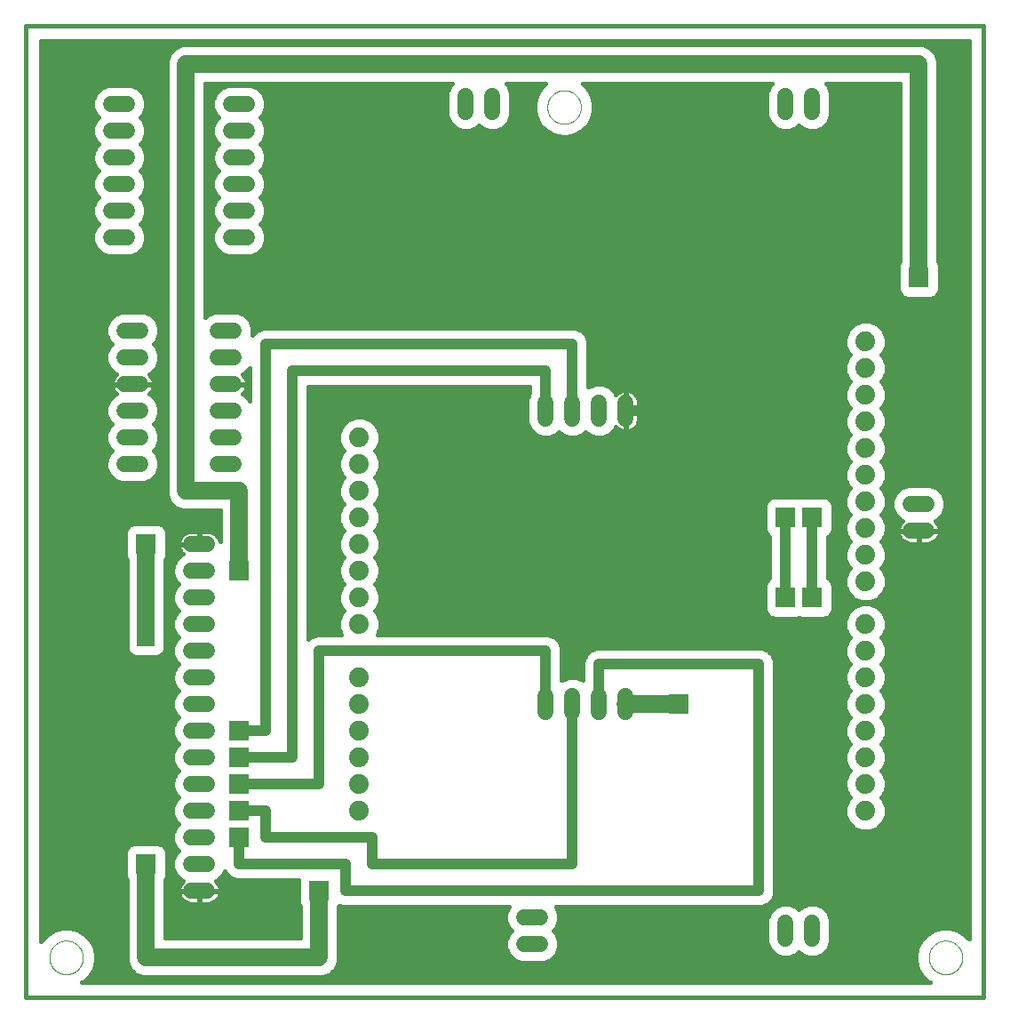
<source format=gtl>
G75*
%MOIN*%
%OFA0B0*%
%FSLAX25Y25*%
%IPPOS*%
%LPD*%
%AMOC8*
5,1,8,0,0,1.08239X$1,22.5*
%
%ADD10C,0.01600*%
%ADD11C,0.00000*%
%ADD12C,0.06000*%
%ADD13C,0.07400*%
%ADD14C,0.04000*%
%ADD15R,0.07677X0.07677*%
%ADD16C,0.06600*%
%ADD17R,0.06600X0.06600*%
D10*
X0006800Y0006800D02*
X0006800Y0371131D01*
X0366131Y0371131D01*
X0366131Y0006800D01*
X0006800Y0006800D01*
X0012400Y0027717D02*
X0012400Y0365531D01*
X0360531Y0365531D01*
X0360531Y0028766D01*
X0358615Y0030682D01*
X0356084Y0032143D01*
X0353261Y0032899D01*
X0350339Y0032899D01*
X0347516Y0032143D01*
X0344985Y0030682D01*
X0342918Y0028615D01*
X0341457Y0026084D01*
X0340701Y0023261D01*
X0340701Y0020339D01*
X0341457Y0017516D01*
X0342918Y0014985D01*
X0344985Y0012918D01*
X0345883Y0012400D01*
X0027717Y0012400D01*
X0028615Y0012918D01*
X0030682Y0014985D01*
X0032143Y0017516D01*
X0032899Y0020339D01*
X0032899Y0023261D01*
X0032143Y0026084D01*
X0030682Y0028615D01*
X0028615Y0030682D01*
X0026084Y0032143D01*
X0023261Y0032899D01*
X0020339Y0032899D01*
X0017516Y0032143D01*
X0014985Y0030682D01*
X0012918Y0028615D01*
X0012400Y0027717D01*
X0012400Y0029179D02*
X0013483Y0029179D01*
X0012400Y0030778D02*
X0015151Y0030778D01*
X0012400Y0032376D02*
X0018387Y0032376D01*
X0012400Y0033975D02*
X0044500Y0033975D01*
X0044500Y0035573D02*
X0012400Y0035573D01*
X0012400Y0037172D02*
X0044500Y0037172D01*
X0044500Y0038770D02*
X0012400Y0038770D01*
X0012400Y0040369D02*
X0044500Y0040369D01*
X0044500Y0041967D02*
X0012400Y0041967D01*
X0012400Y0043566D02*
X0044500Y0043566D01*
X0044500Y0045164D02*
X0012400Y0045164D01*
X0012400Y0046763D02*
X0044500Y0046763D01*
X0044500Y0048361D02*
X0012400Y0048361D01*
X0012400Y0049960D02*
X0044500Y0049960D01*
X0044500Y0050866D02*
X0044500Y0020348D01*
X0045611Y0017665D01*
X0047665Y0015611D01*
X0050348Y0014500D01*
X0118252Y0014500D01*
X0120935Y0015611D01*
X0122989Y0017665D01*
X0124100Y0020348D01*
X0124100Y0040866D01*
X0124297Y0041342D01*
X0125607Y0040800D01*
X0187901Y0040800D01*
X0187866Y0040765D01*
X0186800Y0038192D01*
X0186800Y0035408D01*
X0187866Y0032835D01*
X0188901Y0031800D01*
X0187866Y0030765D01*
X0186800Y0028192D01*
X0186800Y0025408D01*
X0187866Y0022835D01*
X0189835Y0020866D01*
X0192408Y0019800D01*
X0201192Y0019800D01*
X0203765Y0020866D01*
X0205734Y0022835D01*
X0206800Y0025408D01*
X0206800Y0028192D01*
X0205734Y0030765D01*
X0204699Y0031800D01*
X0205734Y0032835D01*
X0206800Y0035408D01*
X0206800Y0038192D01*
X0205734Y0040765D01*
X0205699Y0040800D01*
X0282993Y0040800D01*
X0285199Y0041713D01*
X0286887Y0043401D01*
X0287800Y0045607D01*
X0287800Y0132993D01*
X0286887Y0135199D01*
X0285199Y0136887D01*
X0282993Y0137800D01*
X0220607Y0137800D01*
X0218401Y0136887D01*
X0216713Y0135199D01*
X0215800Y0132993D01*
X0215800Y0125699D01*
X0215765Y0125734D01*
X0213192Y0126800D01*
X0210408Y0126800D01*
X0207835Y0125734D01*
X0207800Y0125699D01*
X0207800Y0137993D01*
X0206887Y0140199D01*
X0205199Y0141887D01*
X0202993Y0142800D01*
X0138478Y0142800D01*
X0139500Y0145268D01*
X0139500Y0148332D01*
X0138328Y0151162D01*
X0137689Y0151800D01*
X0138328Y0152438D01*
X0139500Y0155268D01*
X0139500Y0158332D01*
X0138328Y0161162D01*
X0137689Y0161800D01*
X0138328Y0162438D01*
X0139500Y0165268D01*
X0139500Y0168332D01*
X0138328Y0171162D01*
X0137689Y0171800D01*
X0138328Y0172438D01*
X0139500Y0175268D01*
X0139500Y0178332D01*
X0138328Y0181162D01*
X0137689Y0181800D01*
X0138328Y0182438D01*
X0139500Y0185268D01*
X0139500Y0188332D01*
X0138328Y0191162D01*
X0137689Y0191800D01*
X0138328Y0192438D01*
X0139500Y0195268D01*
X0139500Y0198332D01*
X0138328Y0201162D01*
X0137689Y0201800D01*
X0138328Y0202438D01*
X0139500Y0205268D01*
X0139500Y0208332D01*
X0138328Y0211162D01*
X0137689Y0211800D01*
X0138328Y0212438D01*
X0139500Y0215268D01*
X0139500Y0218332D01*
X0138328Y0221162D01*
X0136162Y0223328D01*
X0133332Y0224500D01*
X0130268Y0224500D01*
X0127438Y0223328D01*
X0125272Y0221162D01*
X0124100Y0218332D01*
X0124100Y0215268D01*
X0125272Y0212438D01*
X0125911Y0211800D01*
X0125272Y0211162D01*
X0124100Y0208332D01*
X0124100Y0205268D01*
X0125272Y0202438D01*
X0125911Y0201800D01*
X0125272Y0201162D01*
X0124100Y0198332D01*
X0124100Y0195268D01*
X0125272Y0192438D01*
X0125911Y0191800D01*
X0125272Y0191162D01*
X0124100Y0188332D01*
X0124100Y0185268D01*
X0125272Y0182438D01*
X0125911Y0181800D01*
X0125272Y0181162D01*
X0124100Y0178332D01*
X0124100Y0175268D01*
X0125272Y0172438D01*
X0125911Y0171800D01*
X0125272Y0171162D01*
X0124100Y0168332D01*
X0124100Y0165268D01*
X0125272Y0162438D01*
X0125911Y0161800D01*
X0125272Y0161162D01*
X0124100Y0158332D01*
X0124100Y0155268D01*
X0125272Y0152438D01*
X0125911Y0151800D01*
X0125272Y0151162D01*
X0124100Y0148332D01*
X0124100Y0145268D01*
X0125122Y0142800D01*
X0115607Y0142800D01*
X0113401Y0141887D01*
X0112800Y0141285D01*
X0112800Y0235800D01*
X0195800Y0235800D01*
X0195800Y0233607D01*
X0194800Y0231192D01*
X0194800Y0222408D01*
X0195866Y0219835D01*
X0197835Y0217866D01*
X0200408Y0216800D01*
X0203192Y0216800D01*
X0205765Y0217866D01*
X0206800Y0218901D01*
X0207835Y0217866D01*
X0210408Y0216800D01*
X0213192Y0216800D01*
X0215765Y0217866D01*
X0216800Y0218901D01*
X0217835Y0217866D01*
X0220408Y0216800D01*
X0223192Y0216800D01*
X0225765Y0217866D01*
X0227734Y0219835D01*
X0228102Y0220723D01*
X0228139Y0220673D01*
X0228673Y0220139D01*
X0229284Y0219695D01*
X0229957Y0219352D01*
X0230676Y0219118D01*
X0231422Y0219000D01*
X0231600Y0219000D01*
X0231600Y0226600D01*
X0232000Y0226600D01*
X0232000Y0227000D01*
X0231600Y0227000D01*
X0231600Y0234600D01*
X0231422Y0234600D01*
X0230676Y0234482D01*
X0229957Y0234248D01*
X0229284Y0233905D01*
X0228673Y0233461D01*
X0228139Y0232927D01*
X0228102Y0232877D01*
X0227734Y0233765D01*
X0225765Y0235734D01*
X0223192Y0236800D01*
X0220408Y0236800D01*
X0217835Y0235734D01*
X0217800Y0235699D01*
X0217800Y0252993D01*
X0216887Y0255199D01*
X0215199Y0256887D01*
X0212993Y0257800D01*
X0210607Y0257800D01*
X0097993Y0257800D01*
X0095607Y0257800D01*
X0093401Y0256887D01*
X0091713Y0255199D01*
X0091800Y0255408D01*
X0091800Y0258192D01*
X0090734Y0260765D01*
X0088765Y0262734D01*
X0086192Y0263800D01*
X0077408Y0263800D01*
X0074835Y0262734D01*
X0074100Y0261999D01*
X0074100Y0349500D01*
X0166601Y0349500D01*
X0165866Y0348765D01*
X0164800Y0346192D01*
X0164800Y0337408D01*
X0165866Y0334835D01*
X0167835Y0332866D01*
X0170408Y0331800D01*
X0173192Y0331800D01*
X0175765Y0332866D01*
X0176800Y0333901D01*
X0177835Y0332866D01*
X0180408Y0331800D01*
X0183192Y0331800D01*
X0185765Y0332866D01*
X0187734Y0334835D01*
X0188800Y0337408D01*
X0188800Y0346192D01*
X0187734Y0348765D01*
X0186999Y0349500D01*
X0201756Y0349500D01*
X0199768Y0347513D01*
X0198307Y0344982D01*
X0197551Y0342159D01*
X0197551Y0339236D01*
X0198307Y0336413D01*
X0199768Y0333883D01*
X0201835Y0331816D01*
X0204366Y0330355D01*
X0207189Y0329598D01*
X0210111Y0329598D01*
X0212934Y0330355D01*
X0215465Y0331816D01*
X0217532Y0333883D01*
X0218993Y0336413D01*
X0219749Y0339236D01*
X0219749Y0342159D01*
X0218993Y0344982D01*
X0217532Y0347513D01*
X0215544Y0349500D01*
X0286601Y0349500D01*
X0285866Y0348765D01*
X0284800Y0346192D01*
X0284800Y0337408D01*
X0285866Y0334835D01*
X0287835Y0332866D01*
X0290408Y0331800D01*
X0293192Y0331800D01*
X0295765Y0332866D01*
X0296800Y0333901D01*
X0297835Y0332866D01*
X0300408Y0331800D01*
X0303192Y0331800D01*
X0305765Y0332866D01*
X0307734Y0334835D01*
X0308800Y0337408D01*
X0308800Y0346192D01*
X0307734Y0348765D01*
X0306999Y0349500D01*
X0334500Y0349500D01*
X0334500Y0282734D01*
X0333961Y0281434D01*
X0333961Y0272166D01*
X0334570Y0270696D01*
X0335696Y0269570D01*
X0337166Y0268961D01*
X0346434Y0268961D01*
X0347904Y0269570D01*
X0349030Y0270696D01*
X0349639Y0272166D01*
X0349639Y0281434D01*
X0349100Y0282734D01*
X0349100Y0358252D01*
X0347989Y0360935D01*
X0345935Y0362989D01*
X0343252Y0364100D01*
X0065348Y0364100D01*
X0062665Y0362989D01*
X0060611Y0360935D01*
X0059500Y0358252D01*
X0059500Y0195348D01*
X0060611Y0192665D01*
X0062665Y0190611D01*
X0065348Y0189500D01*
X0079500Y0189500D01*
X0079500Y0177809D01*
X0079482Y0177924D01*
X0079248Y0178643D01*
X0078905Y0179316D01*
X0078461Y0179927D01*
X0077927Y0180461D01*
X0077316Y0180905D01*
X0076643Y0181248D01*
X0075924Y0181482D01*
X0075178Y0181600D01*
X0072000Y0181600D01*
X0072000Y0177000D01*
X0071600Y0177000D01*
X0071600Y0181600D01*
X0068422Y0181600D01*
X0067676Y0181482D01*
X0066957Y0181248D01*
X0066284Y0180905D01*
X0065673Y0180461D01*
X0065139Y0179927D01*
X0064695Y0179316D01*
X0064352Y0178643D01*
X0064118Y0177924D01*
X0064000Y0177178D01*
X0064000Y0177000D01*
X0071600Y0177000D01*
X0071600Y0176600D01*
X0064000Y0176600D01*
X0064000Y0176422D01*
X0064118Y0175676D01*
X0064352Y0174957D01*
X0064695Y0174284D01*
X0065139Y0173673D01*
X0065673Y0173139D01*
X0065723Y0173102D01*
X0064835Y0172734D01*
X0062866Y0170765D01*
X0061800Y0168192D01*
X0061800Y0165408D01*
X0062866Y0162835D01*
X0063901Y0161800D01*
X0062866Y0160765D01*
X0061800Y0158192D01*
X0061800Y0155408D01*
X0062866Y0152835D01*
X0063901Y0151800D01*
X0062866Y0150765D01*
X0061800Y0148192D01*
X0061800Y0145408D01*
X0062866Y0142835D01*
X0063901Y0141800D01*
X0062866Y0140765D01*
X0061800Y0138192D01*
X0061800Y0135408D01*
X0062866Y0132835D01*
X0063901Y0131800D01*
X0062866Y0130765D01*
X0061800Y0128192D01*
X0061800Y0125408D01*
X0062866Y0122835D01*
X0063901Y0121800D01*
X0062866Y0120765D01*
X0061800Y0118192D01*
X0061800Y0115408D01*
X0062866Y0112835D01*
X0063901Y0111800D01*
X0062866Y0110765D01*
X0061800Y0108192D01*
X0061800Y0105408D01*
X0062866Y0102835D01*
X0063901Y0101800D01*
X0062866Y0100765D01*
X0061800Y0098192D01*
X0061800Y0095408D01*
X0062866Y0092835D01*
X0063901Y0091800D01*
X0062866Y0090765D01*
X0061800Y0088192D01*
X0061800Y0085408D01*
X0062866Y0082835D01*
X0063901Y0081800D01*
X0062866Y0080765D01*
X0061800Y0078192D01*
X0061800Y0075408D01*
X0062866Y0072835D01*
X0063901Y0071800D01*
X0062866Y0070765D01*
X0061800Y0068192D01*
X0061800Y0065408D01*
X0062866Y0062835D01*
X0063901Y0061800D01*
X0062866Y0060765D01*
X0061800Y0058192D01*
X0061800Y0055408D01*
X0062866Y0052835D01*
X0064835Y0050866D01*
X0065723Y0050498D01*
X0065673Y0050461D01*
X0065139Y0049927D01*
X0064695Y0049316D01*
X0064352Y0048643D01*
X0064118Y0047924D01*
X0064000Y0047178D01*
X0064000Y0047000D01*
X0071600Y0047000D01*
X0071600Y0046600D01*
X0072000Y0046600D01*
X0072000Y0047000D01*
X0079600Y0047000D01*
X0079600Y0047178D01*
X0079482Y0047924D01*
X0079248Y0048643D01*
X0078905Y0049316D01*
X0078461Y0049927D01*
X0077927Y0050461D01*
X0077877Y0050498D01*
X0078765Y0050866D01*
X0080734Y0052835D01*
X0081341Y0054300D01*
X0081713Y0053401D01*
X0083401Y0051713D01*
X0085607Y0050800D01*
X0108961Y0050800D01*
X0108961Y0042166D01*
X0109500Y0040866D01*
X0109500Y0029100D01*
X0059100Y0029100D01*
X0059100Y0050866D01*
X0059639Y0052166D01*
X0059639Y0061434D01*
X0059030Y0062904D01*
X0057904Y0064030D01*
X0056434Y0064639D01*
X0047166Y0064639D01*
X0045696Y0064030D01*
X0044570Y0062904D01*
X0043961Y0061434D01*
X0043961Y0052166D01*
X0044500Y0050866D01*
X0044213Y0051558D02*
X0012400Y0051558D01*
X0012400Y0053157D02*
X0043961Y0053157D01*
X0043961Y0054755D02*
X0012400Y0054755D01*
X0012400Y0056354D02*
X0043961Y0056354D01*
X0043961Y0057952D02*
X0012400Y0057952D01*
X0012400Y0059551D02*
X0043961Y0059551D01*
X0043961Y0061149D02*
X0012400Y0061149D01*
X0012400Y0062748D02*
X0044506Y0062748D01*
X0046460Y0064346D02*
X0012400Y0064346D01*
X0012400Y0065945D02*
X0061800Y0065945D01*
X0061800Y0067543D02*
X0012400Y0067543D01*
X0012400Y0069142D02*
X0062193Y0069142D01*
X0062855Y0070740D02*
X0012400Y0070740D01*
X0012400Y0072339D02*
X0063362Y0072339D01*
X0062409Y0073937D02*
X0012400Y0073937D01*
X0012400Y0075536D02*
X0061800Y0075536D01*
X0061800Y0077134D02*
X0012400Y0077134D01*
X0012400Y0078733D02*
X0062024Y0078733D01*
X0062686Y0080332D02*
X0012400Y0080332D01*
X0012400Y0081930D02*
X0063770Y0081930D01*
X0062578Y0083529D02*
X0012400Y0083529D01*
X0012400Y0085127D02*
X0061916Y0085127D01*
X0061800Y0086726D02*
X0012400Y0086726D01*
X0012400Y0088324D02*
X0061855Y0088324D01*
X0062517Y0089923D02*
X0012400Y0089923D01*
X0012400Y0091521D02*
X0063622Y0091521D01*
X0062748Y0093120D02*
X0012400Y0093120D01*
X0012400Y0094718D02*
X0062086Y0094718D01*
X0061800Y0096317D02*
X0012400Y0096317D01*
X0012400Y0097915D02*
X0061800Y0097915D01*
X0062347Y0099514D02*
X0012400Y0099514D01*
X0012400Y0101112D02*
X0063213Y0101112D01*
X0062990Y0102711D02*
X0012400Y0102711D01*
X0012400Y0104309D02*
X0062255Y0104309D01*
X0061800Y0105908D02*
X0012400Y0105908D01*
X0012400Y0107506D02*
X0061800Y0107506D01*
X0062178Y0109105D02*
X0012400Y0109105D01*
X0012400Y0110703D02*
X0062840Y0110703D01*
X0063399Y0112302D02*
X0012400Y0112302D01*
X0012400Y0113900D02*
X0062424Y0113900D01*
X0061800Y0115499D02*
X0012400Y0115499D01*
X0012400Y0117097D02*
X0061800Y0117097D01*
X0062009Y0118696D02*
X0012400Y0118696D01*
X0012400Y0120294D02*
X0062671Y0120294D01*
X0063808Y0121893D02*
X0012400Y0121893D01*
X0012400Y0123491D02*
X0062594Y0123491D01*
X0061932Y0125090D02*
X0012400Y0125090D01*
X0012400Y0126688D02*
X0061800Y0126688D01*
X0061839Y0128287D02*
X0012400Y0128287D01*
X0012400Y0129885D02*
X0062501Y0129885D01*
X0063584Y0131484D02*
X0012400Y0131484D01*
X0012400Y0133082D02*
X0062763Y0133082D01*
X0062101Y0134681D02*
X0056332Y0134681D01*
X0055896Y0134500D02*
X0057366Y0135109D01*
X0058491Y0136234D01*
X0059100Y0137704D01*
X0059100Y0145896D01*
X0059100Y0170866D01*
X0059639Y0172166D01*
X0059639Y0181434D01*
X0059030Y0182904D01*
X0057904Y0184030D01*
X0056434Y0184639D01*
X0047166Y0184639D01*
X0045696Y0184030D01*
X0044570Y0182904D01*
X0043961Y0181434D01*
X0043961Y0172166D01*
X0044500Y0170866D01*
X0044500Y0137704D01*
X0045109Y0136234D01*
X0046234Y0135109D01*
X0047704Y0134500D01*
X0055896Y0134500D01*
X0058510Y0136279D02*
X0061800Y0136279D01*
X0061800Y0137878D02*
X0059100Y0137878D01*
X0059100Y0139476D02*
X0062332Y0139476D01*
X0063175Y0141075D02*
X0059100Y0141075D01*
X0059100Y0142673D02*
X0063027Y0142673D01*
X0062270Y0144272D02*
X0059100Y0144272D01*
X0059100Y0145870D02*
X0061800Y0145870D01*
X0061800Y0147469D02*
X0059100Y0147469D01*
X0059100Y0149068D02*
X0062162Y0149068D01*
X0062825Y0150666D02*
X0059100Y0150666D01*
X0059100Y0152265D02*
X0063436Y0152265D01*
X0062440Y0153863D02*
X0059100Y0153863D01*
X0059100Y0155462D02*
X0061800Y0155462D01*
X0061800Y0157060D02*
X0059100Y0157060D01*
X0059100Y0158659D02*
X0061993Y0158659D01*
X0062655Y0160257D02*
X0059100Y0160257D01*
X0059100Y0161856D02*
X0063845Y0161856D01*
X0062609Y0163454D02*
X0059100Y0163454D01*
X0059100Y0165053D02*
X0061947Y0165053D01*
X0061800Y0166651D02*
X0059100Y0166651D01*
X0059100Y0168250D02*
X0061824Y0168250D01*
X0062486Y0169848D02*
X0059100Y0169848D01*
X0059341Y0171447D02*
X0063547Y0171447D01*
X0065585Y0173045D02*
X0059639Y0173045D01*
X0059639Y0174644D02*
X0064512Y0174644D01*
X0064029Y0176242D02*
X0059639Y0176242D01*
X0059639Y0177841D02*
X0064105Y0177841D01*
X0064784Y0179439D02*
X0059639Y0179439D01*
X0059639Y0181038D02*
X0066544Y0181038D01*
X0071600Y0181038D02*
X0072000Y0181038D01*
X0072000Y0179439D02*
X0071600Y0179439D01*
X0071600Y0177841D02*
X0072000Y0177841D01*
X0077056Y0181038D02*
X0079500Y0181038D01*
X0079500Y0182636D02*
X0059141Y0182636D01*
X0057409Y0184235D02*
X0079500Y0184235D01*
X0079500Y0185833D02*
X0012400Y0185833D01*
X0012400Y0184235D02*
X0046191Y0184235D01*
X0044459Y0182636D02*
X0012400Y0182636D01*
X0012400Y0181038D02*
X0043961Y0181038D01*
X0043961Y0179439D02*
X0012400Y0179439D01*
X0012400Y0177841D02*
X0043961Y0177841D01*
X0043961Y0176242D02*
X0012400Y0176242D01*
X0012400Y0174644D02*
X0043961Y0174644D01*
X0043961Y0173045D02*
X0012400Y0173045D01*
X0012400Y0171447D02*
X0044259Y0171447D01*
X0044500Y0169848D02*
X0012400Y0169848D01*
X0012400Y0168250D02*
X0044500Y0168250D01*
X0044500Y0166651D02*
X0012400Y0166651D01*
X0012400Y0165053D02*
X0044500Y0165053D01*
X0044500Y0163454D02*
X0012400Y0163454D01*
X0012400Y0161856D02*
X0044500Y0161856D01*
X0044500Y0160257D02*
X0012400Y0160257D01*
X0012400Y0158659D02*
X0044500Y0158659D01*
X0044500Y0157060D02*
X0012400Y0157060D01*
X0012400Y0155462D02*
X0044500Y0155462D01*
X0044500Y0153863D02*
X0012400Y0153863D01*
X0012400Y0152265D02*
X0044500Y0152265D01*
X0044500Y0150666D02*
X0012400Y0150666D01*
X0012400Y0149068D02*
X0044500Y0149068D01*
X0044500Y0147469D02*
X0012400Y0147469D01*
X0012400Y0145870D02*
X0044500Y0145870D01*
X0044500Y0144272D02*
X0012400Y0144272D01*
X0012400Y0142673D02*
X0044500Y0142673D01*
X0044500Y0141075D02*
X0012400Y0141075D01*
X0012400Y0139476D02*
X0044500Y0139476D01*
X0044500Y0137878D02*
X0012400Y0137878D01*
X0012400Y0136279D02*
X0045090Y0136279D01*
X0047268Y0134681D02*
X0012400Y0134681D01*
X0012400Y0187432D02*
X0079500Y0187432D01*
X0079500Y0189030D02*
X0012400Y0189030D01*
X0012400Y0190629D02*
X0062647Y0190629D01*
X0061049Y0192227D02*
X0012400Y0192227D01*
X0012400Y0193826D02*
X0060130Y0193826D01*
X0059500Y0195424D02*
X0012400Y0195424D01*
X0012400Y0197023D02*
X0059500Y0197023D01*
X0059500Y0198621D02*
X0012400Y0198621D01*
X0012400Y0200220D02*
X0041394Y0200220D01*
X0042408Y0199800D02*
X0051192Y0199800D01*
X0053765Y0200866D01*
X0055734Y0202835D01*
X0056800Y0205408D01*
X0056800Y0208192D01*
X0055734Y0210765D01*
X0054699Y0211800D01*
X0055734Y0212835D01*
X0056800Y0215408D01*
X0056800Y0218192D01*
X0055734Y0220765D01*
X0054699Y0221800D01*
X0055734Y0222835D01*
X0056800Y0225408D01*
X0056800Y0228192D01*
X0055734Y0230765D01*
X0053765Y0232734D01*
X0052877Y0233102D01*
X0052927Y0233139D01*
X0053461Y0233673D01*
X0053905Y0234284D01*
X0054248Y0234957D01*
X0054482Y0235676D01*
X0054600Y0236422D01*
X0054600Y0236600D01*
X0047000Y0236600D01*
X0047000Y0237000D01*
X0054600Y0237000D01*
X0054600Y0237178D01*
X0054482Y0237924D01*
X0054248Y0238643D01*
X0053905Y0239316D01*
X0053461Y0239927D01*
X0052927Y0240461D01*
X0052877Y0240498D01*
X0053765Y0240866D01*
X0055734Y0242835D01*
X0056800Y0245408D01*
X0056800Y0248192D01*
X0055734Y0250765D01*
X0054699Y0251800D01*
X0055734Y0252835D01*
X0056800Y0255408D01*
X0056800Y0258192D01*
X0055734Y0260765D01*
X0053765Y0262734D01*
X0051192Y0263800D01*
X0042408Y0263800D01*
X0039835Y0262734D01*
X0037866Y0260765D01*
X0036800Y0258192D01*
X0036800Y0255408D01*
X0037866Y0252835D01*
X0038901Y0251800D01*
X0037866Y0250765D01*
X0036800Y0248192D01*
X0036800Y0245408D01*
X0037866Y0242835D01*
X0039835Y0240866D01*
X0040723Y0240498D01*
X0040673Y0240461D01*
X0040139Y0239927D01*
X0039695Y0239316D01*
X0039352Y0238643D01*
X0039118Y0237924D01*
X0039000Y0237178D01*
X0039000Y0237000D01*
X0046600Y0237000D01*
X0046600Y0236600D01*
X0039000Y0236600D01*
X0039000Y0236422D01*
X0039118Y0235676D01*
X0039352Y0234957D01*
X0039695Y0234284D01*
X0040139Y0233673D01*
X0040673Y0233139D01*
X0040723Y0233102D01*
X0039835Y0232734D01*
X0037866Y0230765D01*
X0036800Y0228192D01*
X0036800Y0225408D01*
X0037866Y0222835D01*
X0038901Y0221800D01*
X0037866Y0220765D01*
X0036800Y0218192D01*
X0036800Y0215408D01*
X0037866Y0212835D01*
X0038901Y0211800D01*
X0037866Y0210765D01*
X0036800Y0208192D01*
X0036800Y0205408D01*
X0037866Y0202835D01*
X0039835Y0200866D01*
X0042408Y0199800D01*
X0038882Y0201818D02*
X0012400Y0201818D01*
X0012400Y0203417D02*
X0037625Y0203417D01*
X0036962Y0205015D02*
X0012400Y0205015D01*
X0012400Y0206614D02*
X0036800Y0206614D01*
X0036808Y0208212D02*
X0012400Y0208212D01*
X0012400Y0209811D02*
X0037470Y0209811D01*
X0038510Y0211409D02*
X0012400Y0211409D01*
X0012400Y0213008D02*
X0037794Y0213008D01*
X0037132Y0214606D02*
X0012400Y0214606D01*
X0012400Y0216205D02*
X0036800Y0216205D01*
X0036800Y0217803D02*
X0012400Y0217803D01*
X0012400Y0219402D02*
X0037301Y0219402D01*
X0038101Y0221001D02*
X0012400Y0221001D01*
X0012400Y0222599D02*
X0038101Y0222599D01*
X0037301Y0224198D02*
X0012400Y0224198D01*
X0012400Y0225796D02*
X0036800Y0225796D01*
X0036800Y0227395D02*
X0012400Y0227395D01*
X0012400Y0228993D02*
X0037132Y0228993D01*
X0037794Y0230592D02*
X0012400Y0230592D01*
X0012400Y0232190D02*
X0039291Y0232190D01*
X0040055Y0233789D02*
X0012400Y0233789D01*
X0012400Y0235387D02*
X0039212Y0235387D01*
X0039333Y0238584D02*
X0012400Y0238584D01*
X0012400Y0236986D02*
X0046600Y0236986D01*
X0047000Y0236986D02*
X0059500Y0236986D01*
X0059500Y0238584D02*
X0054267Y0238584D01*
X0053206Y0240183D02*
X0059500Y0240183D01*
X0059500Y0241781D02*
X0054681Y0241781D01*
X0055960Y0243380D02*
X0059500Y0243380D01*
X0059500Y0244978D02*
X0056622Y0244978D01*
X0056800Y0246577D02*
X0059500Y0246577D01*
X0059500Y0248175D02*
X0056800Y0248175D01*
X0056145Y0249774D02*
X0059500Y0249774D01*
X0059500Y0251372D02*
X0055127Y0251372D01*
X0055791Y0252971D02*
X0059500Y0252971D01*
X0059500Y0254569D02*
X0056453Y0254569D01*
X0056800Y0256168D02*
X0059500Y0256168D01*
X0059500Y0257766D02*
X0056800Y0257766D01*
X0056314Y0259365D02*
X0059500Y0259365D01*
X0059500Y0260963D02*
X0055536Y0260963D01*
X0053938Y0262562D02*
X0059500Y0262562D01*
X0059500Y0264160D02*
X0012400Y0264160D01*
X0012400Y0262562D02*
X0039662Y0262562D01*
X0038064Y0260963D02*
X0012400Y0260963D01*
X0012400Y0259365D02*
X0037286Y0259365D01*
X0036800Y0257766D02*
X0012400Y0257766D01*
X0012400Y0256168D02*
X0036800Y0256168D01*
X0037147Y0254569D02*
X0012400Y0254569D01*
X0012400Y0252971D02*
X0037809Y0252971D01*
X0038473Y0251372D02*
X0012400Y0251372D01*
X0012400Y0249774D02*
X0037455Y0249774D01*
X0036800Y0248175D02*
X0012400Y0248175D01*
X0012400Y0246577D02*
X0036800Y0246577D01*
X0036978Y0244978D02*
X0012400Y0244978D01*
X0012400Y0243380D02*
X0037640Y0243380D01*
X0038919Y0241781D02*
X0012400Y0241781D01*
X0012400Y0240183D02*
X0040394Y0240183D01*
X0053545Y0233789D02*
X0059500Y0233789D01*
X0059500Y0235387D02*
X0054388Y0235387D01*
X0054309Y0232190D02*
X0059500Y0232190D01*
X0059500Y0230592D02*
X0055806Y0230592D01*
X0056468Y0228993D02*
X0059500Y0228993D01*
X0059500Y0227395D02*
X0056800Y0227395D01*
X0056800Y0225796D02*
X0059500Y0225796D01*
X0059500Y0224198D02*
X0056299Y0224198D01*
X0055498Y0222599D02*
X0059500Y0222599D01*
X0059500Y0221001D02*
X0055499Y0221001D01*
X0056299Y0219402D02*
X0059500Y0219402D01*
X0059500Y0217803D02*
X0056800Y0217803D01*
X0056800Y0216205D02*
X0059500Y0216205D01*
X0059500Y0214606D02*
X0056468Y0214606D01*
X0055806Y0213008D02*
X0059500Y0213008D01*
X0059500Y0211409D02*
X0055090Y0211409D01*
X0056130Y0209811D02*
X0059500Y0209811D01*
X0059500Y0208212D02*
X0056792Y0208212D01*
X0056800Y0206614D02*
X0059500Y0206614D01*
X0059500Y0205015D02*
X0056638Y0205015D01*
X0055975Y0203417D02*
X0059500Y0203417D01*
X0059500Y0201818D02*
X0054718Y0201818D01*
X0052206Y0200220D02*
X0059500Y0200220D01*
X0078816Y0179439D02*
X0079500Y0179439D01*
X0079495Y0177841D02*
X0079500Y0177841D01*
X0112800Y0177841D02*
X0124100Y0177841D01*
X0124100Y0176242D02*
X0112800Y0176242D01*
X0112800Y0174644D02*
X0124359Y0174644D01*
X0125021Y0173045D02*
X0112800Y0173045D01*
X0112800Y0171447D02*
X0125557Y0171447D01*
X0124728Y0169848D02*
X0112800Y0169848D01*
X0112800Y0168250D02*
X0124100Y0168250D01*
X0124100Y0166651D02*
X0112800Y0166651D01*
X0112800Y0165053D02*
X0124189Y0165053D01*
X0124851Y0163454D02*
X0112800Y0163454D01*
X0112800Y0161856D02*
X0125855Y0161856D01*
X0124898Y0160257D02*
X0112800Y0160257D01*
X0112800Y0158659D02*
X0124235Y0158659D01*
X0124100Y0157060D02*
X0112800Y0157060D01*
X0112800Y0155462D02*
X0124100Y0155462D01*
X0124682Y0153863D02*
X0112800Y0153863D01*
X0112800Y0152265D02*
X0125446Y0152265D01*
X0125067Y0150666D02*
X0112800Y0150666D01*
X0112800Y0149068D02*
X0124405Y0149068D01*
X0124100Y0147469D02*
X0112800Y0147469D01*
X0112800Y0145870D02*
X0124100Y0145870D01*
X0124513Y0144272D02*
X0112800Y0144272D01*
X0112800Y0142673D02*
X0115301Y0142673D01*
X0138154Y0152265D02*
X0283961Y0152265D01*
X0283961Y0152166D02*
X0284570Y0150696D01*
X0285696Y0149570D01*
X0287166Y0148961D01*
X0296434Y0148961D01*
X0296800Y0149113D01*
X0297166Y0148961D01*
X0306434Y0148961D01*
X0307904Y0149570D01*
X0309030Y0150696D01*
X0309639Y0152166D01*
X0309639Y0161434D01*
X0309030Y0162904D01*
X0307904Y0164030D01*
X0307800Y0164073D01*
X0307800Y0179527D01*
X0307904Y0179570D01*
X0309030Y0180696D01*
X0309639Y0182166D01*
X0309639Y0191434D01*
X0309030Y0192904D01*
X0307904Y0194030D01*
X0306434Y0194639D01*
X0297166Y0194639D01*
X0296800Y0194487D01*
X0296434Y0194639D01*
X0287166Y0194639D01*
X0285696Y0194030D01*
X0284570Y0192904D01*
X0283961Y0191434D01*
X0283961Y0182166D01*
X0284570Y0180696D01*
X0285696Y0179570D01*
X0285800Y0179527D01*
X0285800Y0164073D01*
X0285696Y0164030D01*
X0284570Y0162904D01*
X0283961Y0161434D01*
X0283961Y0152166D01*
X0284600Y0150666D02*
X0138533Y0150666D01*
X0139195Y0149068D02*
X0286910Y0149068D01*
X0283961Y0153863D02*
X0138918Y0153863D01*
X0139500Y0155462D02*
X0283961Y0155462D01*
X0283961Y0157060D02*
X0139500Y0157060D01*
X0139365Y0158659D02*
X0283961Y0158659D01*
X0283961Y0160257D02*
X0138702Y0160257D01*
X0137745Y0161856D02*
X0284136Y0161856D01*
X0285120Y0163454D02*
X0138748Y0163454D01*
X0139411Y0165053D02*
X0285800Y0165053D01*
X0285800Y0166651D02*
X0139500Y0166651D01*
X0139500Y0168250D02*
X0285800Y0168250D01*
X0285800Y0169848D02*
X0138872Y0169848D01*
X0138043Y0171447D02*
X0285800Y0171447D01*
X0285800Y0173045D02*
X0138579Y0173045D01*
X0139241Y0174644D02*
X0285800Y0174644D01*
X0285800Y0176242D02*
X0139500Y0176242D01*
X0139500Y0177841D02*
X0285800Y0177841D01*
X0285800Y0179439D02*
X0139041Y0179439D01*
X0138379Y0181038D02*
X0284429Y0181038D01*
X0283961Y0182636D02*
X0138410Y0182636D01*
X0139072Y0184235D02*
X0283961Y0184235D01*
X0283961Y0185833D02*
X0139500Y0185833D01*
X0139500Y0187432D02*
X0283961Y0187432D01*
X0283961Y0189030D02*
X0139211Y0189030D01*
X0138548Y0190629D02*
X0283961Y0190629D01*
X0284290Y0192227D02*
X0138117Y0192227D01*
X0138902Y0193826D02*
X0285492Y0193826D01*
X0308108Y0193826D02*
X0314100Y0193826D01*
X0314100Y0194332D02*
X0314100Y0191268D01*
X0315272Y0188438D01*
X0315911Y0187800D01*
X0315272Y0187162D01*
X0314100Y0184332D01*
X0314100Y0181268D01*
X0315272Y0178438D01*
X0315911Y0177800D01*
X0315272Y0177162D01*
X0314100Y0174332D01*
X0314100Y0171268D01*
X0315272Y0168438D01*
X0315911Y0167800D01*
X0315272Y0167162D01*
X0314100Y0164332D01*
X0314100Y0161268D01*
X0315272Y0158438D01*
X0317438Y0156272D01*
X0320268Y0155100D01*
X0323332Y0155100D01*
X0326162Y0156272D01*
X0328328Y0158438D01*
X0329500Y0161268D01*
X0329500Y0164332D01*
X0328328Y0167162D01*
X0327689Y0167800D01*
X0328328Y0168438D01*
X0329500Y0171268D01*
X0329500Y0174332D01*
X0328328Y0177162D01*
X0327689Y0177800D01*
X0328328Y0178438D01*
X0329500Y0181268D01*
X0329500Y0184332D01*
X0328328Y0187162D01*
X0327689Y0187800D01*
X0328328Y0188438D01*
X0329500Y0191268D01*
X0329500Y0194332D01*
X0328328Y0197162D01*
X0327689Y0197800D01*
X0328328Y0198438D01*
X0329500Y0201268D01*
X0329500Y0204332D01*
X0328328Y0207162D01*
X0327689Y0207800D01*
X0328328Y0208438D01*
X0329500Y0211268D01*
X0329500Y0214332D01*
X0328328Y0217162D01*
X0327689Y0217800D01*
X0328328Y0218438D01*
X0329500Y0221268D01*
X0329500Y0224332D01*
X0328328Y0227162D01*
X0327689Y0227800D01*
X0328328Y0228438D01*
X0329500Y0231268D01*
X0329500Y0234332D01*
X0328328Y0237162D01*
X0327689Y0237800D01*
X0328328Y0238438D01*
X0329500Y0241268D01*
X0329500Y0244332D01*
X0328328Y0247162D01*
X0327689Y0247800D01*
X0328328Y0248438D01*
X0329500Y0251268D01*
X0329500Y0254332D01*
X0328328Y0257162D01*
X0326162Y0259328D01*
X0323332Y0260500D01*
X0320268Y0260500D01*
X0317438Y0259328D01*
X0315272Y0257162D01*
X0314100Y0254332D01*
X0314100Y0251268D01*
X0315272Y0248438D01*
X0315911Y0247800D01*
X0315272Y0247162D01*
X0314100Y0244332D01*
X0314100Y0241268D01*
X0315272Y0238438D01*
X0315911Y0237800D01*
X0315272Y0237162D01*
X0314100Y0234332D01*
X0314100Y0231268D01*
X0315272Y0228438D01*
X0315911Y0227800D01*
X0315272Y0227162D01*
X0314100Y0224332D01*
X0314100Y0221268D01*
X0315272Y0218438D01*
X0315911Y0217800D01*
X0315272Y0217162D01*
X0314100Y0214332D01*
X0314100Y0211268D01*
X0315272Y0208438D01*
X0315911Y0207800D01*
X0315272Y0207162D01*
X0314100Y0204332D01*
X0314100Y0201268D01*
X0315272Y0198438D01*
X0315911Y0197800D01*
X0315272Y0197162D01*
X0314100Y0194332D01*
X0314553Y0195424D02*
X0139500Y0195424D01*
X0139500Y0197023D02*
X0315215Y0197023D01*
X0315196Y0198621D02*
X0139380Y0198621D01*
X0138718Y0200220D02*
X0314534Y0200220D01*
X0314100Y0201818D02*
X0137708Y0201818D01*
X0138733Y0203417D02*
X0314100Y0203417D01*
X0314383Y0205015D02*
X0139395Y0205015D01*
X0139500Y0206614D02*
X0315045Y0206614D01*
X0315498Y0208212D02*
X0139500Y0208212D01*
X0138887Y0209811D02*
X0314704Y0209811D01*
X0314100Y0211409D02*
X0138080Y0211409D01*
X0138564Y0213008D02*
X0314100Y0213008D01*
X0314214Y0214606D02*
X0139226Y0214606D01*
X0139500Y0216205D02*
X0314876Y0216205D01*
X0315907Y0217803D02*
X0225615Y0217803D01*
X0227301Y0219402D02*
X0229859Y0219402D01*
X0231600Y0219402D02*
X0232000Y0219402D01*
X0232000Y0219000D02*
X0232178Y0219000D01*
X0232924Y0219118D01*
X0233643Y0219352D01*
X0234316Y0219695D01*
X0234927Y0220139D01*
X0235461Y0220673D01*
X0235905Y0221284D01*
X0236248Y0221957D01*
X0236482Y0222676D01*
X0236600Y0223422D01*
X0236600Y0226600D01*
X0232000Y0226600D01*
X0232000Y0219000D01*
X0233741Y0219402D02*
X0314873Y0219402D01*
X0314211Y0221001D02*
X0235699Y0221001D01*
X0236457Y0222599D02*
X0314100Y0222599D01*
X0314100Y0224198D02*
X0236600Y0224198D01*
X0236600Y0225796D02*
X0314707Y0225796D01*
X0315505Y0227395D02*
X0236600Y0227395D01*
X0236600Y0227000D02*
X0236600Y0230178D01*
X0236482Y0230924D01*
X0236248Y0231643D01*
X0235905Y0232316D01*
X0235461Y0232927D01*
X0234927Y0233461D01*
X0234316Y0233905D01*
X0233643Y0234248D01*
X0232924Y0234482D01*
X0232178Y0234600D01*
X0232000Y0234600D01*
X0232000Y0227000D01*
X0236600Y0227000D01*
X0236600Y0228993D02*
X0315042Y0228993D01*
X0314380Y0230592D02*
X0236534Y0230592D01*
X0235969Y0232190D02*
X0314100Y0232190D01*
X0314100Y0233789D02*
X0234476Y0233789D01*
X0232000Y0233789D02*
X0231600Y0233789D01*
X0231600Y0232190D02*
X0232000Y0232190D01*
X0232000Y0230592D02*
X0231600Y0230592D01*
X0231600Y0228993D02*
X0232000Y0228993D01*
X0232000Y0227395D02*
X0231600Y0227395D01*
X0231600Y0225796D02*
X0232000Y0225796D01*
X0232000Y0224198D02*
X0231600Y0224198D01*
X0231600Y0222599D02*
X0232000Y0222599D01*
X0232000Y0221001D02*
X0231600Y0221001D01*
X0229124Y0233789D02*
X0227711Y0233789D01*
X0226112Y0235387D02*
X0314537Y0235387D01*
X0315199Y0236986D02*
X0217800Y0236986D01*
X0217800Y0238584D02*
X0315212Y0238584D01*
X0314550Y0240183D02*
X0217800Y0240183D01*
X0217800Y0241781D02*
X0314100Y0241781D01*
X0314100Y0243380D02*
X0217800Y0243380D01*
X0217800Y0244978D02*
X0314368Y0244978D01*
X0315030Y0246577D02*
X0217800Y0246577D01*
X0217800Y0248175D02*
X0315535Y0248175D01*
X0314719Y0249774D02*
X0217800Y0249774D01*
X0217800Y0251372D02*
X0314100Y0251372D01*
X0314100Y0252971D02*
X0217800Y0252971D01*
X0217147Y0254569D02*
X0314198Y0254569D01*
X0314861Y0256168D02*
X0215917Y0256168D01*
X0213075Y0257766D02*
X0315877Y0257766D01*
X0317528Y0259365D02*
X0091314Y0259365D01*
X0091800Y0257766D02*
X0095525Y0257766D01*
X0092682Y0256168D02*
X0091800Y0256168D01*
X0090536Y0260963D02*
X0360531Y0260963D01*
X0360531Y0259365D02*
X0326072Y0259365D01*
X0327723Y0257766D02*
X0360531Y0257766D01*
X0360531Y0256168D02*
X0328739Y0256168D01*
X0329402Y0254569D02*
X0360531Y0254569D01*
X0360531Y0252971D02*
X0329500Y0252971D01*
X0329500Y0251372D02*
X0360531Y0251372D01*
X0360531Y0249774D02*
X0328881Y0249774D01*
X0328065Y0248175D02*
X0360531Y0248175D01*
X0360531Y0246577D02*
X0328570Y0246577D01*
X0329232Y0244978D02*
X0360531Y0244978D01*
X0360531Y0243380D02*
X0329500Y0243380D01*
X0329500Y0241781D02*
X0360531Y0241781D01*
X0360531Y0240183D02*
X0329050Y0240183D01*
X0328388Y0238584D02*
X0360531Y0238584D01*
X0360531Y0236986D02*
X0328401Y0236986D01*
X0329063Y0235387D02*
X0360531Y0235387D01*
X0360531Y0233789D02*
X0329500Y0233789D01*
X0329500Y0232190D02*
X0360531Y0232190D01*
X0360531Y0230592D02*
X0329220Y0230592D01*
X0328558Y0228993D02*
X0360531Y0228993D01*
X0360531Y0227395D02*
X0328095Y0227395D01*
X0328893Y0225796D02*
X0360531Y0225796D01*
X0360531Y0224198D02*
X0329500Y0224198D01*
X0329500Y0222599D02*
X0360531Y0222599D01*
X0360531Y0221001D02*
X0329389Y0221001D01*
X0328727Y0219402D02*
X0360531Y0219402D01*
X0360531Y0217803D02*
X0327693Y0217803D01*
X0328724Y0216205D02*
X0360531Y0216205D01*
X0360531Y0214606D02*
X0329386Y0214606D01*
X0329500Y0213008D02*
X0360531Y0213008D01*
X0360531Y0211409D02*
X0329500Y0211409D01*
X0328896Y0209811D02*
X0360531Y0209811D01*
X0360531Y0208212D02*
X0328102Y0208212D01*
X0328555Y0206614D02*
X0360531Y0206614D01*
X0360531Y0205015D02*
X0329217Y0205015D01*
X0329500Y0203417D02*
X0360531Y0203417D01*
X0360531Y0201818D02*
X0329500Y0201818D01*
X0329066Y0200220D02*
X0360531Y0200220D01*
X0360531Y0198621D02*
X0346624Y0198621D01*
X0346192Y0198800D02*
X0337408Y0198800D01*
X0334835Y0197734D01*
X0332866Y0195765D01*
X0331800Y0193192D01*
X0331800Y0190408D01*
X0332866Y0187835D01*
X0334835Y0185866D01*
X0335723Y0185498D01*
X0335673Y0185461D01*
X0335139Y0184927D01*
X0334695Y0184316D01*
X0334352Y0183643D01*
X0334118Y0182924D01*
X0334000Y0182178D01*
X0334000Y0182000D01*
X0341600Y0182000D01*
X0341600Y0181600D01*
X0342000Y0181600D01*
X0342000Y0182000D01*
X0349600Y0182000D01*
X0349600Y0182178D01*
X0349482Y0182924D01*
X0349248Y0183643D01*
X0348905Y0184316D01*
X0348461Y0184927D01*
X0347927Y0185461D01*
X0347877Y0185498D01*
X0348765Y0185866D01*
X0350734Y0187835D01*
X0351800Y0190408D01*
X0351800Y0193192D01*
X0350734Y0195765D01*
X0348765Y0197734D01*
X0346192Y0198800D01*
X0349477Y0197023D02*
X0360531Y0197023D01*
X0360531Y0195424D02*
X0350875Y0195424D01*
X0351538Y0193826D02*
X0360531Y0193826D01*
X0360531Y0192227D02*
X0351800Y0192227D01*
X0351800Y0190629D02*
X0360531Y0190629D01*
X0360531Y0189030D02*
X0351229Y0189030D01*
X0350331Y0187432D02*
X0360531Y0187432D01*
X0360531Y0185833D02*
X0348687Y0185833D01*
X0348947Y0184235D02*
X0360531Y0184235D01*
X0360531Y0182636D02*
X0349527Y0182636D01*
X0349600Y0181600D02*
X0342000Y0181600D01*
X0342000Y0177000D01*
X0345178Y0177000D01*
X0345924Y0177118D01*
X0346643Y0177352D01*
X0347316Y0177695D01*
X0347927Y0178139D01*
X0348461Y0178673D01*
X0348905Y0179284D01*
X0349248Y0179957D01*
X0349482Y0180676D01*
X0349600Y0181422D01*
X0349600Y0181600D01*
X0349539Y0181038D02*
X0360531Y0181038D01*
X0360531Y0179439D02*
X0348984Y0179439D01*
X0347517Y0177841D02*
X0360531Y0177841D01*
X0360531Y0176242D02*
X0328709Y0176242D01*
X0329371Y0174644D02*
X0360531Y0174644D01*
X0360531Y0173045D02*
X0329500Y0173045D01*
X0329500Y0171447D02*
X0360531Y0171447D01*
X0360531Y0169848D02*
X0328912Y0169848D01*
X0328139Y0168250D02*
X0360531Y0168250D01*
X0360531Y0166651D02*
X0328539Y0166651D01*
X0329201Y0165053D02*
X0360531Y0165053D01*
X0360531Y0163454D02*
X0329500Y0163454D01*
X0329500Y0161856D02*
X0360531Y0161856D01*
X0360531Y0160257D02*
X0329081Y0160257D01*
X0328419Y0158659D02*
X0360531Y0158659D01*
X0360531Y0157060D02*
X0326949Y0157060D01*
X0324204Y0155462D02*
X0360531Y0155462D01*
X0360531Y0153863D02*
X0324869Y0153863D01*
X0326162Y0153328D02*
X0323332Y0154500D01*
X0320268Y0154500D01*
X0317438Y0153328D01*
X0315272Y0151162D01*
X0314100Y0148332D01*
X0314100Y0145268D01*
X0315272Y0142438D01*
X0315911Y0141800D01*
X0315272Y0141162D01*
X0314100Y0138332D01*
X0314100Y0135268D01*
X0315272Y0132438D01*
X0315911Y0131800D01*
X0315272Y0131162D01*
X0314100Y0128332D01*
X0314100Y0125268D01*
X0315272Y0122438D01*
X0315911Y0121800D01*
X0315272Y0121162D01*
X0314100Y0118332D01*
X0314100Y0115268D01*
X0315272Y0112438D01*
X0315911Y0111800D01*
X0315272Y0111162D01*
X0314100Y0108332D01*
X0314100Y0105268D01*
X0315272Y0102438D01*
X0315911Y0101800D01*
X0315272Y0101162D01*
X0314100Y0098332D01*
X0314100Y0095268D01*
X0315272Y0092438D01*
X0315911Y0091800D01*
X0315272Y0091162D01*
X0314100Y0088332D01*
X0314100Y0085268D01*
X0315272Y0082438D01*
X0315911Y0081800D01*
X0315272Y0081162D01*
X0314100Y0078332D01*
X0314100Y0075268D01*
X0315272Y0072438D01*
X0317438Y0070272D01*
X0320268Y0069100D01*
X0323332Y0069100D01*
X0326162Y0070272D01*
X0328328Y0072438D01*
X0329500Y0075268D01*
X0329500Y0078332D01*
X0328328Y0081162D01*
X0327689Y0081800D01*
X0328328Y0082438D01*
X0329500Y0085268D01*
X0329500Y0088332D01*
X0328328Y0091162D01*
X0327689Y0091800D01*
X0328328Y0092438D01*
X0329500Y0095268D01*
X0329500Y0098332D01*
X0328328Y0101162D01*
X0327689Y0101800D01*
X0328328Y0102438D01*
X0329500Y0105268D01*
X0329500Y0108332D01*
X0328328Y0111162D01*
X0327689Y0111800D01*
X0328328Y0112438D01*
X0329500Y0115268D01*
X0329500Y0118332D01*
X0328328Y0121162D01*
X0327689Y0121800D01*
X0328328Y0122438D01*
X0329500Y0125268D01*
X0329500Y0128332D01*
X0328328Y0131162D01*
X0327689Y0131800D01*
X0328328Y0132438D01*
X0329500Y0135268D01*
X0329500Y0138332D01*
X0328328Y0141162D01*
X0327689Y0141800D01*
X0328328Y0142438D01*
X0329500Y0145268D01*
X0329500Y0148332D01*
X0328328Y0151162D01*
X0326162Y0153328D01*
X0327225Y0152265D02*
X0360531Y0152265D01*
X0360531Y0150666D02*
X0328533Y0150666D01*
X0329195Y0149068D02*
X0360531Y0149068D01*
X0360531Y0147469D02*
X0329500Y0147469D01*
X0329500Y0145870D02*
X0360531Y0145870D01*
X0360531Y0144272D02*
X0329087Y0144272D01*
X0328425Y0142673D02*
X0360531Y0142673D01*
X0360531Y0141075D02*
X0328364Y0141075D01*
X0329026Y0139476D02*
X0360531Y0139476D01*
X0360531Y0137878D02*
X0329500Y0137878D01*
X0329500Y0136279D02*
X0360531Y0136279D01*
X0360531Y0134681D02*
X0329257Y0134681D01*
X0328595Y0133082D02*
X0360531Y0133082D01*
X0360531Y0131484D02*
X0328006Y0131484D01*
X0328856Y0129885D02*
X0360531Y0129885D01*
X0360531Y0128287D02*
X0329500Y0128287D01*
X0329500Y0126688D02*
X0360531Y0126688D01*
X0360531Y0125090D02*
X0329426Y0125090D01*
X0328764Y0123491D02*
X0360531Y0123491D01*
X0360531Y0121893D02*
X0327782Y0121893D01*
X0328687Y0120294D02*
X0360531Y0120294D01*
X0360531Y0118696D02*
X0329349Y0118696D01*
X0329500Y0117097D02*
X0360531Y0117097D01*
X0360531Y0115499D02*
X0329500Y0115499D01*
X0328933Y0113900D02*
X0360531Y0113900D01*
X0360531Y0112302D02*
X0328191Y0112302D01*
X0328518Y0110703D02*
X0360531Y0110703D01*
X0360531Y0109105D02*
X0329180Y0109105D01*
X0329500Y0107506D02*
X0360531Y0107506D01*
X0360531Y0105908D02*
X0329500Y0105908D01*
X0329103Y0104309D02*
X0360531Y0104309D01*
X0360531Y0102711D02*
X0328441Y0102711D01*
X0328348Y0101112D02*
X0360531Y0101112D01*
X0360531Y0099514D02*
X0329010Y0099514D01*
X0329500Y0097915D02*
X0360531Y0097915D01*
X0360531Y0096317D02*
X0329500Y0096317D01*
X0329272Y0094718D02*
X0360531Y0094718D01*
X0360531Y0093120D02*
X0328610Y0093120D01*
X0327968Y0091521D02*
X0360531Y0091521D01*
X0360531Y0089923D02*
X0328841Y0089923D01*
X0329500Y0088324D02*
X0360531Y0088324D01*
X0360531Y0086726D02*
X0329500Y0086726D01*
X0329441Y0085127D02*
X0360531Y0085127D01*
X0360531Y0083529D02*
X0328779Y0083529D01*
X0327819Y0081930D02*
X0360531Y0081930D01*
X0360531Y0080332D02*
X0328672Y0080332D01*
X0329334Y0078733D02*
X0360531Y0078733D01*
X0360531Y0077134D02*
X0329500Y0077134D01*
X0329500Y0075536D02*
X0360531Y0075536D01*
X0360531Y0073937D02*
X0328949Y0073937D01*
X0328228Y0072339D02*
X0360531Y0072339D01*
X0360531Y0070740D02*
X0326630Y0070740D01*
X0323433Y0069142D02*
X0360531Y0069142D01*
X0360531Y0067543D02*
X0287800Y0067543D01*
X0287800Y0065945D02*
X0360531Y0065945D01*
X0360531Y0064346D02*
X0287800Y0064346D01*
X0287800Y0062748D02*
X0360531Y0062748D01*
X0360531Y0061149D02*
X0287800Y0061149D01*
X0287800Y0059551D02*
X0360531Y0059551D01*
X0360531Y0057952D02*
X0287800Y0057952D01*
X0287800Y0056354D02*
X0360531Y0056354D01*
X0360531Y0054755D02*
X0287800Y0054755D01*
X0287800Y0053157D02*
X0360531Y0053157D01*
X0360531Y0051558D02*
X0287800Y0051558D01*
X0287800Y0049960D02*
X0360531Y0049960D01*
X0360531Y0048361D02*
X0287800Y0048361D01*
X0287800Y0046763D02*
X0360531Y0046763D01*
X0360531Y0045164D02*
X0287617Y0045164D01*
X0286955Y0043566D02*
X0360531Y0043566D01*
X0360531Y0041967D02*
X0285453Y0041967D01*
X0287469Y0040369D02*
X0205899Y0040369D01*
X0206561Y0038770D02*
X0285871Y0038770D01*
X0285866Y0038765D02*
X0284800Y0036192D01*
X0284800Y0027408D01*
X0285866Y0024835D01*
X0287835Y0022866D01*
X0290408Y0021800D01*
X0293192Y0021800D01*
X0295765Y0022866D01*
X0296800Y0023901D01*
X0297835Y0022866D01*
X0300408Y0021800D01*
X0303192Y0021800D01*
X0305765Y0022866D01*
X0307734Y0024835D01*
X0308800Y0027408D01*
X0308800Y0036192D01*
X0307734Y0038765D01*
X0305765Y0040734D01*
X0303192Y0041800D01*
X0300408Y0041800D01*
X0297835Y0040734D01*
X0296800Y0039699D01*
X0295765Y0040734D01*
X0293192Y0041800D01*
X0290408Y0041800D01*
X0287835Y0040734D01*
X0285866Y0038765D01*
X0285206Y0037172D02*
X0206800Y0037172D01*
X0206800Y0035573D02*
X0284800Y0035573D01*
X0284800Y0033975D02*
X0206206Y0033975D01*
X0205276Y0032376D02*
X0284800Y0032376D01*
X0284800Y0030778D02*
X0205722Y0030778D01*
X0206391Y0029179D02*
X0284800Y0029179D01*
X0284800Y0027581D02*
X0206800Y0027581D01*
X0206800Y0025982D02*
X0285390Y0025982D01*
X0286317Y0024384D02*
X0206376Y0024384D01*
X0205685Y0022785D02*
X0288029Y0022785D01*
X0295571Y0022785D02*
X0298029Y0022785D01*
X0305571Y0022785D02*
X0340701Y0022785D01*
X0340701Y0021187D02*
X0204086Y0021187D01*
X0189514Y0021187D02*
X0124100Y0021187D01*
X0124100Y0022785D02*
X0187915Y0022785D01*
X0187224Y0024384D02*
X0124100Y0024384D01*
X0124100Y0025982D02*
X0186800Y0025982D01*
X0186800Y0027581D02*
X0124100Y0027581D01*
X0124100Y0029179D02*
X0187209Y0029179D01*
X0187878Y0030778D02*
X0124100Y0030778D01*
X0124100Y0032376D02*
X0188324Y0032376D01*
X0187394Y0033975D02*
X0124100Y0033975D01*
X0124100Y0035573D02*
X0186800Y0035573D01*
X0186800Y0037172D02*
X0124100Y0037172D01*
X0124100Y0038770D02*
X0187039Y0038770D01*
X0187701Y0040369D02*
X0124100Y0040369D01*
X0109500Y0040369D02*
X0059100Y0040369D01*
X0059100Y0041967D02*
X0109044Y0041967D01*
X0108961Y0043566D02*
X0078354Y0043566D01*
X0078461Y0043673D02*
X0077927Y0043139D01*
X0077316Y0042695D01*
X0076643Y0042352D01*
X0075924Y0042118D01*
X0075178Y0042000D01*
X0072000Y0042000D01*
X0072000Y0046600D01*
X0079600Y0046600D01*
X0079600Y0046422D01*
X0079482Y0045676D01*
X0079248Y0044957D01*
X0078905Y0044284D01*
X0078461Y0043673D01*
X0079316Y0045164D02*
X0108961Y0045164D01*
X0108961Y0046763D02*
X0072000Y0046763D01*
X0071600Y0046763D02*
X0059100Y0046763D01*
X0059100Y0048361D02*
X0064260Y0048361D01*
X0064000Y0046600D02*
X0064000Y0046422D01*
X0064118Y0045676D01*
X0064352Y0044957D01*
X0064695Y0044284D01*
X0065139Y0043673D01*
X0065673Y0043139D01*
X0066284Y0042695D01*
X0066957Y0042352D01*
X0067676Y0042118D01*
X0068422Y0042000D01*
X0071600Y0042000D01*
X0071600Y0046600D01*
X0064000Y0046600D01*
X0064284Y0045164D02*
X0059100Y0045164D01*
X0059100Y0043566D02*
X0065246Y0043566D01*
X0071600Y0043566D02*
X0072000Y0043566D01*
X0072000Y0045164D02*
X0071600Y0045164D01*
X0065172Y0049960D02*
X0059100Y0049960D01*
X0059387Y0051558D02*
X0064142Y0051558D01*
X0062732Y0053157D02*
X0059639Y0053157D01*
X0059639Y0054755D02*
X0062070Y0054755D01*
X0061800Y0056354D02*
X0059639Y0056354D01*
X0059639Y0057952D02*
X0061800Y0057952D01*
X0062363Y0059551D02*
X0059639Y0059551D01*
X0059639Y0061149D02*
X0063250Y0061149D01*
X0062953Y0062748D02*
X0059094Y0062748D01*
X0057140Y0064346D02*
X0062240Y0064346D01*
X0078428Y0049960D02*
X0108961Y0049960D01*
X0108961Y0048361D02*
X0079340Y0048361D01*
X0079458Y0051558D02*
X0083776Y0051558D01*
X0081958Y0053157D02*
X0080868Y0053157D01*
X0059100Y0038770D02*
X0109500Y0038770D01*
X0109500Y0037172D02*
X0059100Y0037172D01*
X0059100Y0035573D02*
X0109500Y0035573D01*
X0109500Y0033975D02*
X0059100Y0033975D01*
X0059100Y0032376D02*
X0109500Y0032376D01*
X0109500Y0030778D02*
X0059100Y0030778D01*
X0059100Y0029179D02*
X0109500Y0029179D01*
X0123123Y0017990D02*
X0341330Y0017990D01*
X0340902Y0019588D02*
X0123785Y0019588D01*
X0121715Y0016391D02*
X0342107Y0016391D01*
X0343111Y0014793D02*
X0118958Y0014793D01*
X0049642Y0014793D02*
X0030489Y0014793D01*
X0031493Y0016391D02*
X0046885Y0016391D01*
X0045477Y0017990D02*
X0032270Y0017990D01*
X0032698Y0019588D02*
X0044815Y0019588D01*
X0044500Y0021187D02*
X0032899Y0021187D01*
X0032899Y0022785D02*
X0044500Y0022785D01*
X0044500Y0024384D02*
X0032598Y0024384D01*
X0032170Y0025982D02*
X0044500Y0025982D01*
X0044500Y0027581D02*
X0031279Y0027581D01*
X0030117Y0029179D02*
X0044500Y0029179D01*
X0044500Y0030778D02*
X0028449Y0030778D01*
X0025213Y0032376D02*
X0044500Y0032376D01*
X0028891Y0013194D02*
X0344709Y0013194D01*
X0341002Y0024384D02*
X0307283Y0024384D01*
X0308210Y0025982D02*
X0341430Y0025982D01*
X0342321Y0027581D02*
X0308800Y0027581D01*
X0308800Y0029179D02*
X0343483Y0029179D01*
X0345151Y0030778D02*
X0308800Y0030778D01*
X0308800Y0032376D02*
X0348387Y0032376D01*
X0355213Y0032376D02*
X0360531Y0032376D01*
X0360531Y0030778D02*
X0358449Y0030778D01*
X0360117Y0029179D02*
X0360531Y0029179D01*
X0360531Y0033975D02*
X0308800Y0033975D01*
X0308800Y0035573D02*
X0360531Y0035573D01*
X0360531Y0037172D02*
X0308394Y0037172D01*
X0307729Y0038770D02*
X0360531Y0038770D01*
X0360531Y0040369D02*
X0306131Y0040369D01*
X0297469Y0040369D02*
X0296131Y0040369D01*
X0287800Y0069142D02*
X0320167Y0069142D01*
X0316970Y0070740D02*
X0287800Y0070740D01*
X0287800Y0072339D02*
X0315372Y0072339D01*
X0314651Y0073937D02*
X0287800Y0073937D01*
X0287800Y0075536D02*
X0314100Y0075536D01*
X0314100Y0077134D02*
X0287800Y0077134D01*
X0287800Y0078733D02*
X0314266Y0078733D01*
X0314928Y0080332D02*
X0287800Y0080332D01*
X0287800Y0081930D02*
X0315781Y0081930D01*
X0314821Y0083529D02*
X0287800Y0083529D01*
X0287800Y0085127D02*
X0314159Y0085127D01*
X0314100Y0086726D02*
X0287800Y0086726D01*
X0287800Y0088324D02*
X0314100Y0088324D01*
X0314759Y0089923D02*
X0287800Y0089923D01*
X0287800Y0091521D02*
X0315632Y0091521D01*
X0314990Y0093120D02*
X0287800Y0093120D01*
X0287800Y0094718D02*
X0314328Y0094718D01*
X0314100Y0096317D02*
X0287800Y0096317D01*
X0287800Y0097915D02*
X0314100Y0097915D01*
X0314590Y0099514D02*
X0287800Y0099514D01*
X0287800Y0101112D02*
X0315252Y0101112D01*
X0315159Y0102711D02*
X0287800Y0102711D01*
X0287800Y0104309D02*
X0314497Y0104309D01*
X0314100Y0105908D02*
X0287800Y0105908D01*
X0287800Y0107506D02*
X0314100Y0107506D01*
X0314420Y0109105D02*
X0287800Y0109105D01*
X0287800Y0110703D02*
X0315082Y0110703D01*
X0315409Y0112302D02*
X0287800Y0112302D01*
X0287800Y0113900D02*
X0314667Y0113900D01*
X0314100Y0115499D02*
X0287800Y0115499D01*
X0287800Y0117097D02*
X0314100Y0117097D01*
X0314251Y0118696D02*
X0287800Y0118696D01*
X0287800Y0120294D02*
X0314913Y0120294D01*
X0315818Y0121893D02*
X0287800Y0121893D01*
X0287800Y0123491D02*
X0314836Y0123491D01*
X0314174Y0125090D02*
X0287800Y0125090D01*
X0287800Y0126688D02*
X0314100Y0126688D01*
X0314100Y0128287D02*
X0287800Y0128287D01*
X0287800Y0129885D02*
X0314744Y0129885D01*
X0315594Y0131484D02*
X0287800Y0131484D01*
X0287763Y0133082D02*
X0315005Y0133082D01*
X0314343Y0134681D02*
X0287101Y0134681D01*
X0285806Y0136279D02*
X0314100Y0136279D01*
X0314100Y0137878D02*
X0207800Y0137878D01*
X0207800Y0136279D02*
X0217794Y0136279D01*
X0216499Y0134681D02*
X0207800Y0134681D01*
X0207800Y0133082D02*
X0215837Y0133082D01*
X0215800Y0131484D02*
X0207800Y0131484D01*
X0207800Y0129885D02*
X0215800Y0129885D01*
X0215800Y0128287D02*
X0207800Y0128287D01*
X0207800Y0126688D02*
X0210138Y0126688D01*
X0213462Y0126688D02*
X0215800Y0126688D01*
X0207186Y0139476D02*
X0314574Y0139476D01*
X0315236Y0141075D02*
X0206010Y0141075D01*
X0203299Y0142673D02*
X0315175Y0142673D01*
X0314513Y0144272D02*
X0139087Y0144272D01*
X0139500Y0145870D02*
X0314100Y0145870D01*
X0314100Y0147469D02*
X0139500Y0147469D01*
X0124559Y0179439D02*
X0112800Y0179439D01*
X0112800Y0181038D02*
X0125221Y0181038D01*
X0125190Y0182636D02*
X0112800Y0182636D01*
X0112800Y0184235D02*
X0124528Y0184235D01*
X0124100Y0185833D02*
X0112800Y0185833D01*
X0112800Y0187432D02*
X0124100Y0187432D01*
X0124389Y0189030D02*
X0112800Y0189030D01*
X0112800Y0190629D02*
X0125052Y0190629D01*
X0125483Y0192227D02*
X0112800Y0192227D01*
X0112800Y0193826D02*
X0124698Y0193826D01*
X0124100Y0195424D02*
X0112800Y0195424D01*
X0112800Y0197023D02*
X0124100Y0197023D01*
X0124220Y0198621D02*
X0112800Y0198621D01*
X0112800Y0200220D02*
X0124882Y0200220D01*
X0125892Y0201818D02*
X0112800Y0201818D01*
X0112800Y0203417D02*
X0124867Y0203417D01*
X0124205Y0205015D02*
X0112800Y0205015D01*
X0112800Y0206614D02*
X0124100Y0206614D01*
X0124100Y0208212D02*
X0112800Y0208212D01*
X0112800Y0209811D02*
X0124713Y0209811D01*
X0125520Y0211409D02*
X0112800Y0211409D01*
X0112800Y0213008D02*
X0125036Y0213008D01*
X0124374Y0214606D02*
X0112800Y0214606D01*
X0112800Y0216205D02*
X0124100Y0216205D01*
X0124100Y0217803D02*
X0112800Y0217803D01*
X0112800Y0219402D02*
X0124543Y0219402D01*
X0125205Y0221001D02*
X0112800Y0221001D01*
X0112800Y0222599D02*
X0126710Y0222599D01*
X0129538Y0224198D02*
X0112800Y0224198D01*
X0112800Y0225796D02*
X0194800Y0225796D01*
X0194800Y0224198D02*
X0134062Y0224198D01*
X0136890Y0222599D02*
X0194800Y0222599D01*
X0195383Y0221001D02*
X0138395Y0221001D01*
X0139057Y0219402D02*
X0196298Y0219402D01*
X0197985Y0217803D02*
X0139500Y0217803D01*
X0112800Y0227395D02*
X0194800Y0227395D01*
X0194800Y0228993D02*
X0112800Y0228993D01*
X0112800Y0230592D02*
X0194800Y0230592D01*
X0195213Y0232190D02*
X0112800Y0232190D01*
X0112800Y0233789D02*
X0195800Y0233789D01*
X0195800Y0235387D02*
X0112800Y0235387D01*
X0090800Y0235387D02*
X0089388Y0235387D01*
X0089482Y0235676D02*
X0089600Y0236422D01*
X0089600Y0236600D01*
X0082000Y0236600D01*
X0082000Y0237000D01*
X0089600Y0237000D01*
X0089600Y0237178D01*
X0089482Y0237924D01*
X0089248Y0238643D01*
X0088905Y0239316D01*
X0088461Y0239927D01*
X0087927Y0240461D01*
X0087877Y0240498D01*
X0088765Y0240866D01*
X0090734Y0242835D01*
X0090800Y0242993D01*
X0090800Y0230607D01*
X0090734Y0230765D01*
X0088765Y0232734D01*
X0087877Y0233102D01*
X0087927Y0233139D01*
X0088461Y0233673D01*
X0088905Y0234284D01*
X0089248Y0234957D01*
X0089482Y0235676D01*
X0090800Y0236986D02*
X0082000Y0236986D01*
X0088206Y0240183D02*
X0090800Y0240183D01*
X0090800Y0241781D02*
X0089681Y0241781D01*
X0089267Y0238584D02*
X0090800Y0238584D01*
X0090800Y0233789D02*
X0088545Y0233789D01*
X0089309Y0232190D02*
X0090800Y0232190D01*
X0088938Y0262562D02*
X0360531Y0262562D01*
X0360531Y0264160D02*
X0074100Y0264160D01*
X0074100Y0262562D02*
X0074662Y0262562D01*
X0074100Y0265759D02*
X0360531Y0265759D01*
X0360531Y0267357D02*
X0074100Y0267357D01*
X0074100Y0268956D02*
X0360531Y0268956D01*
X0360531Y0270554D02*
X0348888Y0270554D01*
X0349633Y0272153D02*
X0360531Y0272153D01*
X0360531Y0273751D02*
X0349639Y0273751D01*
X0349639Y0275350D02*
X0360531Y0275350D01*
X0360531Y0276948D02*
X0349639Y0276948D01*
X0349639Y0278547D02*
X0360531Y0278547D01*
X0360531Y0280145D02*
X0349639Y0280145D01*
X0349510Y0281744D02*
X0360531Y0281744D01*
X0360531Y0283342D02*
X0349100Y0283342D01*
X0349100Y0284941D02*
X0360531Y0284941D01*
X0360531Y0286539D02*
X0349100Y0286539D01*
X0349100Y0288138D02*
X0360531Y0288138D01*
X0360531Y0289737D02*
X0349100Y0289737D01*
X0349100Y0291335D02*
X0360531Y0291335D01*
X0360531Y0292934D02*
X0349100Y0292934D01*
X0349100Y0294532D02*
X0360531Y0294532D01*
X0360531Y0296131D02*
X0349100Y0296131D01*
X0349100Y0297729D02*
X0360531Y0297729D01*
X0360531Y0299328D02*
X0349100Y0299328D01*
X0349100Y0300926D02*
X0360531Y0300926D01*
X0360531Y0302525D02*
X0349100Y0302525D01*
X0349100Y0304123D02*
X0360531Y0304123D01*
X0360531Y0305722D02*
X0349100Y0305722D01*
X0349100Y0307320D02*
X0360531Y0307320D01*
X0360531Y0308919D02*
X0349100Y0308919D01*
X0349100Y0310517D02*
X0360531Y0310517D01*
X0360531Y0312116D02*
X0349100Y0312116D01*
X0349100Y0313714D02*
X0360531Y0313714D01*
X0360531Y0315313D02*
X0349100Y0315313D01*
X0349100Y0316911D02*
X0360531Y0316911D01*
X0360531Y0318510D02*
X0349100Y0318510D01*
X0349100Y0320108D02*
X0360531Y0320108D01*
X0360531Y0321707D02*
X0349100Y0321707D01*
X0349100Y0323305D02*
X0360531Y0323305D01*
X0360531Y0324904D02*
X0349100Y0324904D01*
X0349100Y0326502D02*
X0360531Y0326502D01*
X0360531Y0328101D02*
X0349100Y0328101D01*
X0349100Y0329699D02*
X0360531Y0329699D01*
X0360531Y0331298D02*
X0349100Y0331298D01*
X0349100Y0332896D02*
X0360531Y0332896D01*
X0360531Y0334495D02*
X0349100Y0334495D01*
X0349100Y0336093D02*
X0360531Y0336093D01*
X0360531Y0337692D02*
X0349100Y0337692D01*
X0349100Y0339290D02*
X0360531Y0339290D01*
X0360531Y0340889D02*
X0349100Y0340889D01*
X0349100Y0342487D02*
X0360531Y0342487D01*
X0360531Y0344086D02*
X0349100Y0344086D01*
X0349100Y0345684D02*
X0360531Y0345684D01*
X0360531Y0347283D02*
X0349100Y0347283D01*
X0349100Y0348881D02*
X0360531Y0348881D01*
X0360531Y0350480D02*
X0349100Y0350480D01*
X0349100Y0352078D02*
X0360531Y0352078D01*
X0360531Y0353677D02*
X0349100Y0353677D01*
X0349100Y0355275D02*
X0360531Y0355275D01*
X0360531Y0356874D02*
X0349100Y0356874D01*
X0349009Y0358472D02*
X0360531Y0358472D01*
X0360531Y0360071D02*
X0348347Y0360071D01*
X0347254Y0361670D02*
X0360531Y0361670D01*
X0360531Y0363268D02*
X0345261Y0363268D01*
X0334500Y0348881D02*
X0307618Y0348881D01*
X0308348Y0347283D02*
X0334500Y0347283D01*
X0334500Y0345684D02*
X0308800Y0345684D01*
X0308800Y0344086D02*
X0334500Y0344086D01*
X0334500Y0342487D02*
X0308800Y0342487D01*
X0308800Y0340889D02*
X0334500Y0340889D01*
X0334500Y0339290D02*
X0308800Y0339290D01*
X0308800Y0337692D02*
X0334500Y0337692D01*
X0334500Y0336093D02*
X0308256Y0336093D01*
X0307394Y0334495D02*
X0334500Y0334495D01*
X0334500Y0332896D02*
X0305796Y0332896D01*
X0297804Y0332896D02*
X0295796Y0332896D01*
X0287804Y0332896D02*
X0216545Y0332896D01*
X0217885Y0334495D02*
X0286206Y0334495D01*
X0285344Y0336093D02*
X0218808Y0336093D01*
X0219335Y0337692D02*
X0284800Y0337692D01*
X0284800Y0339290D02*
X0219749Y0339290D01*
X0219749Y0340889D02*
X0284800Y0340889D01*
X0284800Y0342487D02*
X0219661Y0342487D01*
X0219233Y0344086D02*
X0284800Y0344086D01*
X0284800Y0345684D02*
X0218587Y0345684D01*
X0217664Y0347283D02*
X0285252Y0347283D01*
X0285982Y0348881D02*
X0216163Y0348881D01*
X0201137Y0348881D02*
X0187618Y0348881D01*
X0188348Y0347283D02*
X0199636Y0347283D01*
X0198713Y0345684D02*
X0188800Y0345684D01*
X0188800Y0344086D02*
X0198067Y0344086D01*
X0197639Y0342487D02*
X0188800Y0342487D01*
X0188800Y0340889D02*
X0197551Y0340889D01*
X0197551Y0339290D02*
X0188800Y0339290D01*
X0188800Y0337692D02*
X0197965Y0337692D01*
X0198492Y0336093D02*
X0188256Y0336093D01*
X0187394Y0334495D02*
X0199415Y0334495D01*
X0200755Y0332896D02*
X0185796Y0332896D01*
X0177804Y0332896D02*
X0175796Y0332896D01*
X0167804Y0332896D02*
X0096800Y0332896D01*
X0096800Y0333192D02*
X0096800Y0330408D01*
X0095734Y0327835D01*
X0094699Y0326800D01*
X0095734Y0325765D01*
X0096800Y0323192D01*
X0096800Y0320408D01*
X0095734Y0317835D01*
X0094699Y0316800D01*
X0095734Y0315765D01*
X0096800Y0313192D01*
X0096800Y0310408D01*
X0095734Y0307835D01*
X0094699Y0306800D01*
X0095734Y0305765D01*
X0096800Y0303192D01*
X0096800Y0300408D01*
X0095734Y0297835D01*
X0094699Y0296800D01*
X0095734Y0295765D01*
X0096800Y0293192D01*
X0096800Y0290408D01*
X0095734Y0287835D01*
X0093765Y0285866D01*
X0091192Y0284800D01*
X0082408Y0284800D01*
X0079835Y0285866D01*
X0077866Y0287835D01*
X0076800Y0290408D01*
X0076800Y0293192D01*
X0077866Y0295765D01*
X0078901Y0296800D01*
X0077866Y0297835D01*
X0076800Y0300408D01*
X0076800Y0303192D01*
X0077866Y0305765D01*
X0078901Y0306800D01*
X0077866Y0307835D01*
X0076800Y0310408D01*
X0076800Y0313192D01*
X0077866Y0315765D01*
X0078901Y0316800D01*
X0077866Y0317835D01*
X0076800Y0320408D01*
X0076800Y0323192D01*
X0077866Y0325765D01*
X0078901Y0326800D01*
X0077866Y0327835D01*
X0076800Y0330408D01*
X0076800Y0333192D01*
X0077866Y0335765D01*
X0078901Y0336800D01*
X0077866Y0337835D01*
X0076800Y0340408D01*
X0076800Y0343192D01*
X0077866Y0345765D01*
X0079835Y0347734D01*
X0082408Y0348800D01*
X0091192Y0348800D01*
X0093765Y0347734D01*
X0095734Y0345765D01*
X0096800Y0343192D01*
X0096800Y0340408D01*
X0095734Y0337835D01*
X0094699Y0336800D01*
X0095734Y0335765D01*
X0096800Y0333192D01*
X0096261Y0334495D02*
X0166206Y0334495D01*
X0165344Y0336093D02*
X0095406Y0336093D01*
X0095591Y0337692D02*
X0164800Y0337692D01*
X0164800Y0339290D02*
X0096337Y0339290D01*
X0096800Y0340889D02*
X0164800Y0340889D01*
X0164800Y0342487D02*
X0096800Y0342487D01*
X0096430Y0344086D02*
X0164800Y0344086D01*
X0164800Y0345684D02*
X0095768Y0345684D01*
X0094217Y0347283D02*
X0165252Y0347283D01*
X0165982Y0348881D02*
X0074100Y0348881D01*
X0074100Y0347283D02*
X0079383Y0347283D01*
X0077832Y0345684D02*
X0074100Y0345684D01*
X0074100Y0344086D02*
X0077170Y0344086D01*
X0076800Y0342487D02*
X0074100Y0342487D01*
X0074100Y0340889D02*
X0076800Y0340889D01*
X0077263Y0339290D02*
X0074100Y0339290D01*
X0074100Y0337692D02*
X0078009Y0337692D01*
X0078194Y0336093D02*
X0074100Y0336093D01*
X0074100Y0334495D02*
X0077339Y0334495D01*
X0076800Y0332896D02*
X0074100Y0332896D01*
X0074100Y0331298D02*
X0076800Y0331298D01*
X0077093Y0329699D02*
X0074100Y0329699D01*
X0074100Y0328101D02*
X0077756Y0328101D01*
X0078603Y0326502D02*
X0074100Y0326502D01*
X0074100Y0324904D02*
X0077509Y0324904D01*
X0076847Y0323305D02*
X0074100Y0323305D01*
X0074100Y0321707D02*
X0076800Y0321707D01*
X0076924Y0320108D02*
X0074100Y0320108D01*
X0074100Y0318510D02*
X0077586Y0318510D01*
X0078789Y0316911D02*
X0074100Y0316911D01*
X0074100Y0315313D02*
X0077678Y0315313D01*
X0077016Y0313714D02*
X0074100Y0313714D01*
X0074100Y0312116D02*
X0076800Y0312116D01*
X0076800Y0310517D02*
X0074100Y0310517D01*
X0074100Y0308919D02*
X0077417Y0308919D01*
X0078380Y0307320D02*
X0074100Y0307320D01*
X0074100Y0305722D02*
X0077848Y0305722D01*
X0077186Y0304123D02*
X0074100Y0304123D01*
X0074100Y0302525D02*
X0076800Y0302525D01*
X0076800Y0300926D02*
X0074100Y0300926D01*
X0074100Y0299328D02*
X0077247Y0299328D01*
X0077971Y0297729D02*
X0074100Y0297729D01*
X0074100Y0296131D02*
X0078231Y0296131D01*
X0077355Y0294532D02*
X0074100Y0294532D01*
X0074100Y0292934D02*
X0076800Y0292934D01*
X0076800Y0291335D02*
X0074100Y0291335D01*
X0074100Y0289737D02*
X0077078Y0289737D01*
X0077740Y0288138D02*
X0074100Y0288138D01*
X0074100Y0286539D02*
X0079161Y0286539D01*
X0082067Y0284941D02*
X0074100Y0284941D01*
X0074100Y0283342D02*
X0334500Y0283342D01*
X0334500Y0284941D02*
X0091533Y0284941D01*
X0094439Y0286539D02*
X0334500Y0286539D01*
X0334500Y0288138D02*
X0095860Y0288138D01*
X0096522Y0289737D02*
X0334500Y0289737D01*
X0334500Y0291335D02*
X0096800Y0291335D01*
X0096800Y0292934D02*
X0334500Y0292934D01*
X0334500Y0294532D02*
X0096245Y0294532D01*
X0095369Y0296131D02*
X0334500Y0296131D01*
X0334500Y0297729D02*
X0095629Y0297729D01*
X0096353Y0299328D02*
X0334500Y0299328D01*
X0334500Y0300926D02*
X0096800Y0300926D01*
X0096800Y0302525D02*
X0334500Y0302525D01*
X0334500Y0304123D02*
X0096414Y0304123D01*
X0095752Y0305722D02*
X0334500Y0305722D01*
X0334500Y0307320D02*
X0095220Y0307320D01*
X0096183Y0308919D02*
X0334500Y0308919D01*
X0334500Y0310517D02*
X0096800Y0310517D01*
X0096800Y0312116D02*
X0334500Y0312116D01*
X0334500Y0313714D02*
X0096584Y0313714D01*
X0095922Y0315313D02*
X0334500Y0315313D01*
X0334500Y0316911D02*
X0094811Y0316911D01*
X0096014Y0318510D02*
X0334500Y0318510D01*
X0334500Y0320108D02*
X0096676Y0320108D01*
X0096800Y0321707D02*
X0334500Y0321707D01*
X0334500Y0323305D02*
X0096753Y0323305D01*
X0096091Y0324904D02*
X0334500Y0324904D01*
X0334500Y0326502D02*
X0094997Y0326502D01*
X0095844Y0328101D02*
X0334500Y0328101D01*
X0334500Y0329699D02*
X0210488Y0329699D01*
X0206812Y0329699D02*
X0096507Y0329699D01*
X0096800Y0331298D02*
X0202733Y0331298D01*
X0214567Y0331298D02*
X0334500Y0331298D01*
X0360531Y0364867D02*
X0012400Y0364867D01*
X0012400Y0363268D02*
X0063339Y0363268D01*
X0061346Y0361670D02*
X0012400Y0361670D01*
X0012400Y0360071D02*
X0060253Y0360071D01*
X0059591Y0358472D02*
X0012400Y0358472D01*
X0012400Y0356874D02*
X0059500Y0356874D01*
X0059500Y0355275D02*
X0012400Y0355275D01*
X0012400Y0353677D02*
X0059500Y0353677D01*
X0059500Y0352078D02*
X0012400Y0352078D01*
X0012400Y0350480D02*
X0059500Y0350480D01*
X0059500Y0348881D02*
X0012400Y0348881D01*
X0012400Y0347283D02*
X0034383Y0347283D01*
X0034835Y0347734D02*
X0032866Y0345765D01*
X0031800Y0343192D01*
X0031800Y0340408D01*
X0032866Y0337835D01*
X0033901Y0336800D01*
X0032866Y0335765D01*
X0031800Y0333192D01*
X0031800Y0330408D01*
X0032866Y0327835D01*
X0033901Y0326800D01*
X0032866Y0325765D01*
X0031800Y0323192D01*
X0031800Y0320408D01*
X0032866Y0317835D01*
X0033901Y0316800D01*
X0032866Y0315765D01*
X0031800Y0313192D01*
X0031800Y0310408D01*
X0032866Y0307835D01*
X0033901Y0306800D01*
X0032866Y0305765D01*
X0031800Y0303192D01*
X0031800Y0300408D01*
X0032866Y0297835D01*
X0033901Y0296800D01*
X0032866Y0295765D01*
X0031800Y0293192D01*
X0031800Y0290408D01*
X0032866Y0287835D01*
X0034835Y0285866D01*
X0037408Y0284800D01*
X0046192Y0284800D01*
X0048765Y0285866D01*
X0050734Y0287835D01*
X0051800Y0290408D01*
X0051800Y0293192D01*
X0050734Y0295765D01*
X0049699Y0296800D01*
X0050734Y0297835D01*
X0051800Y0300408D01*
X0051800Y0303192D01*
X0050734Y0305765D01*
X0049699Y0306800D01*
X0050734Y0307835D01*
X0051800Y0310408D01*
X0051800Y0313192D01*
X0050734Y0315765D01*
X0049699Y0316800D01*
X0050734Y0317835D01*
X0051800Y0320408D01*
X0051800Y0323192D01*
X0050734Y0325765D01*
X0049699Y0326800D01*
X0050734Y0327835D01*
X0051800Y0330408D01*
X0051800Y0333192D01*
X0050734Y0335765D01*
X0049699Y0336800D01*
X0050734Y0337835D01*
X0051800Y0340408D01*
X0051800Y0343192D01*
X0050734Y0345765D01*
X0048765Y0347734D01*
X0046192Y0348800D01*
X0037408Y0348800D01*
X0034835Y0347734D01*
X0032832Y0345684D02*
X0012400Y0345684D01*
X0012400Y0344086D02*
X0032170Y0344086D01*
X0031800Y0342487D02*
X0012400Y0342487D01*
X0012400Y0340889D02*
X0031800Y0340889D01*
X0032263Y0339290D02*
X0012400Y0339290D01*
X0012400Y0337692D02*
X0033009Y0337692D01*
X0033194Y0336093D02*
X0012400Y0336093D01*
X0012400Y0334495D02*
X0032339Y0334495D01*
X0031800Y0332896D02*
X0012400Y0332896D01*
X0012400Y0331298D02*
X0031800Y0331298D01*
X0032093Y0329699D02*
X0012400Y0329699D01*
X0012400Y0328101D02*
X0032756Y0328101D01*
X0033603Y0326502D02*
X0012400Y0326502D01*
X0012400Y0324904D02*
X0032509Y0324904D01*
X0031847Y0323305D02*
X0012400Y0323305D01*
X0012400Y0321707D02*
X0031800Y0321707D01*
X0031924Y0320108D02*
X0012400Y0320108D01*
X0012400Y0318510D02*
X0032586Y0318510D01*
X0033789Y0316911D02*
X0012400Y0316911D01*
X0012400Y0315313D02*
X0032678Y0315313D01*
X0032016Y0313714D02*
X0012400Y0313714D01*
X0012400Y0312116D02*
X0031800Y0312116D01*
X0031800Y0310517D02*
X0012400Y0310517D01*
X0012400Y0308919D02*
X0032417Y0308919D01*
X0033380Y0307320D02*
X0012400Y0307320D01*
X0012400Y0305722D02*
X0032848Y0305722D01*
X0032186Y0304123D02*
X0012400Y0304123D01*
X0012400Y0302525D02*
X0031800Y0302525D01*
X0031800Y0300926D02*
X0012400Y0300926D01*
X0012400Y0299328D02*
X0032247Y0299328D01*
X0032971Y0297729D02*
X0012400Y0297729D01*
X0012400Y0296131D02*
X0033231Y0296131D01*
X0032355Y0294532D02*
X0012400Y0294532D01*
X0012400Y0292934D02*
X0031800Y0292934D01*
X0031800Y0291335D02*
X0012400Y0291335D01*
X0012400Y0289737D02*
X0032078Y0289737D01*
X0032740Y0288138D02*
X0012400Y0288138D01*
X0012400Y0286539D02*
X0034161Y0286539D01*
X0037067Y0284941D02*
X0012400Y0284941D01*
X0012400Y0283342D02*
X0059500Y0283342D01*
X0059500Y0281744D02*
X0012400Y0281744D01*
X0012400Y0280145D02*
X0059500Y0280145D01*
X0059500Y0278547D02*
X0012400Y0278547D01*
X0012400Y0276948D02*
X0059500Y0276948D01*
X0059500Y0275350D02*
X0012400Y0275350D01*
X0012400Y0273751D02*
X0059500Y0273751D01*
X0059500Y0272153D02*
X0012400Y0272153D01*
X0012400Y0270554D02*
X0059500Y0270554D01*
X0059500Y0268956D02*
X0012400Y0268956D01*
X0012400Y0267357D02*
X0059500Y0267357D01*
X0059500Y0265759D02*
X0012400Y0265759D01*
X0046533Y0284941D02*
X0059500Y0284941D01*
X0059500Y0286539D02*
X0049439Y0286539D01*
X0050860Y0288138D02*
X0059500Y0288138D01*
X0059500Y0289737D02*
X0051522Y0289737D01*
X0051800Y0291335D02*
X0059500Y0291335D01*
X0059500Y0292934D02*
X0051800Y0292934D01*
X0051245Y0294532D02*
X0059500Y0294532D01*
X0059500Y0296131D02*
X0050369Y0296131D01*
X0050629Y0297729D02*
X0059500Y0297729D01*
X0059500Y0299328D02*
X0051353Y0299328D01*
X0051800Y0300926D02*
X0059500Y0300926D01*
X0059500Y0302525D02*
X0051800Y0302525D01*
X0051414Y0304123D02*
X0059500Y0304123D01*
X0059500Y0305722D02*
X0050752Y0305722D01*
X0050220Y0307320D02*
X0059500Y0307320D01*
X0059500Y0308919D02*
X0051183Y0308919D01*
X0051800Y0310517D02*
X0059500Y0310517D01*
X0059500Y0312116D02*
X0051800Y0312116D01*
X0051584Y0313714D02*
X0059500Y0313714D01*
X0059500Y0315313D02*
X0050922Y0315313D01*
X0049811Y0316911D02*
X0059500Y0316911D01*
X0059500Y0318510D02*
X0051014Y0318510D01*
X0051676Y0320108D02*
X0059500Y0320108D01*
X0059500Y0321707D02*
X0051800Y0321707D01*
X0051753Y0323305D02*
X0059500Y0323305D01*
X0059500Y0324904D02*
X0051091Y0324904D01*
X0049997Y0326502D02*
X0059500Y0326502D01*
X0059500Y0328101D02*
X0050844Y0328101D01*
X0051507Y0329699D02*
X0059500Y0329699D01*
X0059500Y0331298D02*
X0051800Y0331298D01*
X0051800Y0332896D02*
X0059500Y0332896D01*
X0059500Y0334495D02*
X0051261Y0334495D01*
X0050406Y0336093D02*
X0059500Y0336093D01*
X0059500Y0337692D02*
X0050591Y0337692D01*
X0051337Y0339290D02*
X0059500Y0339290D01*
X0059500Y0340889D02*
X0051800Y0340889D01*
X0051800Y0342487D02*
X0059500Y0342487D01*
X0059500Y0344086D02*
X0051430Y0344086D01*
X0050768Y0345684D02*
X0059500Y0345684D01*
X0059500Y0347283D02*
X0049217Y0347283D01*
X0074100Y0281744D02*
X0334090Y0281744D01*
X0333961Y0280145D02*
X0074100Y0280145D01*
X0074100Y0278547D02*
X0333961Y0278547D01*
X0333961Y0276948D02*
X0074100Y0276948D01*
X0074100Y0275350D02*
X0333961Y0275350D01*
X0333961Y0273751D02*
X0074100Y0273751D01*
X0074100Y0272153D02*
X0333967Y0272153D01*
X0334712Y0270554D02*
X0074100Y0270554D01*
X0205615Y0217803D02*
X0207985Y0217803D01*
X0215615Y0217803D02*
X0217985Y0217803D01*
X0296690Y0149068D02*
X0296910Y0149068D01*
X0306690Y0149068D02*
X0314405Y0149068D01*
X0315067Y0150666D02*
X0309000Y0150666D01*
X0309639Y0152265D02*
X0316375Y0152265D01*
X0318731Y0153863D02*
X0309639Y0153863D01*
X0309639Y0155462D02*
X0319395Y0155462D01*
X0316650Y0157060D02*
X0309639Y0157060D01*
X0309639Y0158659D02*
X0315181Y0158659D01*
X0314519Y0160257D02*
X0309639Y0160257D01*
X0309464Y0161856D02*
X0314100Y0161856D01*
X0314100Y0163454D02*
X0308480Y0163454D01*
X0307800Y0165053D02*
X0314399Y0165053D01*
X0315061Y0166651D02*
X0307800Y0166651D01*
X0307800Y0168250D02*
X0315461Y0168250D01*
X0314688Y0169848D02*
X0307800Y0169848D01*
X0307800Y0171447D02*
X0314100Y0171447D01*
X0314100Y0173045D02*
X0307800Y0173045D01*
X0307800Y0174644D02*
X0314229Y0174644D01*
X0314891Y0176242D02*
X0307800Y0176242D01*
X0307800Y0177841D02*
X0315870Y0177841D01*
X0314858Y0179439D02*
X0307800Y0179439D01*
X0309171Y0181038D02*
X0314196Y0181038D01*
X0314100Y0182636D02*
X0309639Y0182636D01*
X0309639Y0184235D02*
X0314100Y0184235D01*
X0314722Y0185833D02*
X0309639Y0185833D01*
X0309639Y0187432D02*
X0315542Y0187432D01*
X0315027Y0189030D02*
X0309639Y0189030D01*
X0309639Y0190629D02*
X0314365Y0190629D01*
X0314100Y0192227D02*
X0309310Y0192227D01*
X0328058Y0187432D02*
X0333269Y0187432D01*
X0332370Y0189030D02*
X0328573Y0189030D01*
X0329235Y0190629D02*
X0331800Y0190629D01*
X0331800Y0192227D02*
X0329500Y0192227D01*
X0329500Y0193826D02*
X0332062Y0193826D01*
X0332725Y0195424D02*
X0329047Y0195424D01*
X0328385Y0197023D02*
X0334123Y0197023D01*
X0336976Y0198621D02*
X0328404Y0198621D01*
X0328878Y0185833D02*
X0334913Y0185833D01*
X0334653Y0184235D02*
X0329500Y0184235D01*
X0329500Y0182636D02*
X0334073Y0182636D01*
X0334000Y0181600D02*
X0334000Y0181422D01*
X0334118Y0180676D01*
X0334352Y0179957D01*
X0334695Y0179284D01*
X0335139Y0178673D01*
X0335673Y0178139D01*
X0336284Y0177695D01*
X0336957Y0177352D01*
X0337676Y0177118D01*
X0338422Y0177000D01*
X0341600Y0177000D01*
X0341600Y0181600D01*
X0334000Y0181600D01*
X0334061Y0181038D02*
X0329404Y0181038D01*
X0328742Y0179439D02*
X0334616Y0179439D01*
X0336083Y0177841D02*
X0327730Y0177841D01*
X0341600Y0177841D02*
X0342000Y0177841D01*
X0342000Y0179439D02*
X0341600Y0179439D01*
X0341600Y0181038D02*
X0342000Y0181038D01*
D11*
X0345501Y0021800D02*
X0345503Y0021958D01*
X0345509Y0022116D01*
X0345519Y0022274D01*
X0345533Y0022432D01*
X0345551Y0022589D01*
X0345572Y0022746D01*
X0345598Y0022902D01*
X0345628Y0023058D01*
X0345661Y0023213D01*
X0345699Y0023366D01*
X0345740Y0023519D01*
X0345785Y0023671D01*
X0345834Y0023822D01*
X0345887Y0023971D01*
X0345943Y0024119D01*
X0346003Y0024265D01*
X0346067Y0024410D01*
X0346135Y0024553D01*
X0346206Y0024695D01*
X0346280Y0024835D01*
X0346358Y0024972D01*
X0346440Y0025108D01*
X0346524Y0025242D01*
X0346613Y0025373D01*
X0346704Y0025502D01*
X0346799Y0025629D01*
X0346896Y0025754D01*
X0346997Y0025876D01*
X0347101Y0025995D01*
X0347208Y0026112D01*
X0347318Y0026226D01*
X0347431Y0026337D01*
X0347546Y0026446D01*
X0347664Y0026551D01*
X0347785Y0026653D01*
X0347908Y0026753D01*
X0348034Y0026849D01*
X0348162Y0026942D01*
X0348292Y0027032D01*
X0348425Y0027118D01*
X0348560Y0027202D01*
X0348696Y0027281D01*
X0348835Y0027358D01*
X0348976Y0027430D01*
X0349118Y0027500D01*
X0349262Y0027565D01*
X0349408Y0027627D01*
X0349555Y0027685D01*
X0349704Y0027740D01*
X0349854Y0027791D01*
X0350005Y0027838D01*
X0350157Y0027881D01*
X0350310Y0027920D01*
X0350465Y0027956D01*
X0350620Y0027987D01*
X0350776Y0028015D01*
X0350932Y0028039D01*
X0351089Y0028059D01*
X0351247Y0028075D01*
X0351404Y0028087D01*
X0351563Y0028095D01*
X0351721Y0028099D01*
X0351879Y0028099D01*
X0352037Y0028095D01*
X0352196Y0028087D01*
X0352353Y0028075D01*
X0352511Y0028059D01*
X0352668Y0028039D01*
X0352824Y0028015D01*
X0352980Y0027987D01*
X0353135Y0027956D01*
X0353290Y0027920D01*
X0353443Y0027881D01*
X0353595Y0027838D01*
X0353746Y0027791D01*
X0353896Y0027740D01*
X0354045Y0027685D01*
X0354192Y0027627D01*
X0354338Y0027565D01*
X0354482Y0027500D01*
X0354624Y0027430D01*
X0354765Y0027358D01*
X0354904Y0027281D01*
X0355040Y0027202D01*
X0355175Y0027118D01*
X0355308Y0027032D01*
X0355438Y0026942D01*
X0355566Y0026849D01*
X0355692Y0026753D01*
X0355815Y0026653D01*
X0355936Y0026551D01*
X0356054Y0026446D01*
X0356169Y0026337D01*
X0356282Y0026226D01*
X0356392Y0026112D01*
X0356499Y0025995D01*
X0356603Y0025876D01*
X0356704Y0025754D01*
X0356801Y0025629D01*
X0356896Y0025502D01*
X0356987Y0025373D01*
X0357076Y0025242D01*
X0357160Y0025108D01*
X0357242Y0024972D01*
X0357320Y0024835D01*
X0357394Y0024695D01*
X0357465Y0024553D01*
X0357533Y0024410D01*
X0357597Y0024265D01*
X0357657Y0024119D01*
X0357713Y0023971D01*
X0357766Y0023822D01*
X0357815Y0023671D01*
X0357860Y0023519D01*
X0357901Y0023366D01*
X0357939Y0023213D01*
X0357972Y0023058D01*
X0358002Y0022902D01*
X0358028Y0022746D01*
X0358049Y0022589D01*
X0358067Y0022432D01*
X0358081Y0022274D01*
X0358091Y0022116D01*
X0358097Y0021958D01*
X0358099Y0021800D01*
X0358097Y0021642D01*
X0358091Y0021484D01*
X0358081Y0021326D01*
X0358067Y0021168D01*
X0358049Y0021011D01*
X0358028Y0020854D01*
X0358002Y0020698D01*
X0357972Y0020542D01*
X0357939Y0020387D01*
X0357901Y0020234D01*
X0357860Y0020081D01*
X0357815Y0019929D01*
X0357766Y0019778D01*
X0357713Y0019629D01*
X0357657Y0019481D01*
X0357597Y0019335D01*
X0357533Y0019190D01*
X0357465Y0019047D01*
X0357394Y0018905D01*
X0357320Y0018765D01*
X0357242Y0018628D01*
X0357160Y0018492D01*
X0357076Y0018358D01*
X0356987Y0018227D01*
X0356896Y0018098D01*
X0356801Y0017971D01*
X0356704Y0017846D01*
X0356603Y0017724D01*
X0356499Y0017605D01*
X0356392Y0017488D01*
X0356282Y0017374D01*
X0356169Y0017263D01*
X0356054Y0017154D01*
X0355936Y0017049D01*
X0355815Y0016947D01*
X0355692Y0016847D01*
X0355566Y0016751D01*
X0355438Y0016658D01*
X0355308Y0016568D01*
X0355175Y0016482D01*
X0355040Y0016398D01*
X0354904Y0016319D01*
X0354765Y0016242D01*
X0354624Y0016170D01*
X0354482Y0016100D01*
X0354338Y0016035D01*
X0354192Y0015973D01*
X0354045Y0015915D01*
X0353896Y0015860D01*
X0353746Y0015809D01*
X0353595Y0015762D01*
X0353443Y0015719D01*
X0353290Y0015680D01*
X0353135Y0015644D01*
X0352980Y0015613D01*
X0352824Y0015585D01*
X0352668Y0015561D01*
X0352511Y0015541D01*
X0352353Y0015525D01*
X0352196Y0015513D01*
X0352037Y0015505D01*
X0351879Y0015501D01*
X0351721Y0015501D01*
X0351563Y0015505D01*
X0351404Y0015513D01*
X0351247Y0015525D01*
X0351089Y0015541D01*
X0350932Y0015561D01*
X0350776Y0015585D01*
X0350620Y0015613D01*
X0350465Y0015644D01*
X0350310Y0015680D01*
X0350157Y0015719D01*
X0350005Y0015762D01*
X0349854Y0015809D01*
X0349704Y0015860D01*
X0349555Y0015915D01*
X0349408Y0015973D01*
X0349262Y0016035D01*
X0349118Y0016100D01*
X0348976Y0016170D01*
X0348835Y0016242D01*
X0348696Y0016319D01*
X0348560Y0016398D01*
X0348425Y0016482D01*
X0348292Y0016568D01*
X0348162Y0016658D01*
X0348034Y0016751D01*
X0347908Y0016847D01*
X0347785Y0016947D01*
X0347664Y0017049D01*
X0347546Y0017154D01*
X0347431Y0017263D01*
X0347318Y0017374D01*
X0347208Y0017488D01*
X0347101Y0017605D01*
X0346997Y0017724D01*
X0346896Y0017846D01*
X0346799Y0017971D01*
X0346704Y0018098D01*
X0346613Y0018227D01*
X0346524Y0018358D01*
X0346440Y0018492D01*
X0346358Y0018628D01*
X0346280Y0018765D01*
X0346206Y0018905D01*
X0346135Y0019047D01*
X0346067Y0019190D01*
X0346003Y0019335D01*
X0345943Y0019481D01*
X0345887Y0019629D01*
X0345834Y0019778D01*
X0345785Y0019929D01*
X0345740Y0020081D01*
X0345699Y0020234D01*
X0345661Y0020387D01*
X0345628Y0020542D01*
X0345598Y0020698D01*
X0345572Y0020854D01*
X0345551Y0021011D01*
X0345533Y0021168D01*
X0345519Y0021326D01*
X0345509Y0021484D01*
X0345503Y0021642D01*
X0345501Y0021800D01*
X0202351Y0340698D02*
X0202353Y0340856D01*
X0202359Y0341014D01*
X0202369Y0341172D01*
X0202383Y0341330D01*
X0202401Y0341487D01*
X0202422Y0341644D01*
X0202448Y0341800D01*
X0202478Y0341956D01*
X0202511Y0342111D01*
X0202549Y0342264D01*
X0202590Y0342417D01*
X0202635Y0342569D01*
X0202684Y0342720D01*
X0202737Y0342869D01*
X0202793Y0343017D01*
X0202853Y0343163D01*
X0202917Y0343308D01*
X0202985Y0343451D01*
X0203056Y0343593D01*
X0203130Y0343733D01*
X0203208Y0343870D01*
X0203290Y0344006D01*
X0203374Y0344140D01*
X0203463Y0344271D01*
X0203554Y0344400D01*
X0203649Y0344527D01*
X0203746Y0344652D01*
X0203847Y0344774D01*
X0203951Y0344893D01*
X0204058Y0345010D01*
X0204168Y0345124D01*
X0204281Y0345235D01*
X0204396Y0345344D01*
X0204514Y0345449D01*
X0204635Y0345551D01*
X0204758Y0345651D01*
X0204884Y0345747D01*
X0205012Y0345840D01*
X0205142Y0345930D01*
X0205275Y0346016D01*
X0205410Y0346100D01*
X0205546Y0346179D01*
X0205685Y0346256D01*
X0205826Y0346328D01*
X0205968Y0346398D01*
X0206112Y0346463D01*
X0206258Y0346525D01*
X0206405Y0346583D01*
X0206554Y0346638D01*
X0206704Y0346689D01*
X0206855Y0346736D01*
X0207007Y0346779D01*
X0207160Y0346818D01*
X0207315Y0346854D01*
X0207470Y0346885D01*
X0207626Y0346913D01*
X0207782Y0346937D01*
X0207939Y0346957D01*
X0208097Y0346973D01*
X0208254Y0346985D01*
X0208413Y0346993D01*
X0208571Y0346997D01*
X0208729Y0346997D01*
X0208887Y0346993D01*
X0209046Y0346985D01*
X0209203Y0346973D01*
X0209361Y0346957D01*
X0209518Y0346937D01*
X0209674Y0346913D01*
X0209830Y0346885D01*
X0209985Y0346854D01*
X0210140Y0346818D01*
X0210293Y0346779D01*
X0210445Y0346736D01*
X0210596Y0346689D01*
X0210746Y0346638D01*
X0210895Y0346583D01*
X0211042Y0346525D01*
X0211188Y0346463D01*
X0211332Y0346398D01*
X0211474Y0346328D01*
X0211615Y0346256D01*
X0211754Y0346179D01*
X0211890Y0346100D01*
X0212025Y0346016D01*
X0212158Y0345930D01*
X0212288Y0345840D01*
X0212416Y0345747D01*
X0212542Y0345651D01*
X0212665Y0345551D01*
X0212786Y0345449D01*
X0212904Y0345344D01*
X0213019Y0345235D01*
X0213132Y0345124D01*
X0213242Y0345010D01*
X0213349Y0344893D01*
X0213453Y0344774D01*
X0213554Y0344652D01*
X0213651Y0344527D01*
X0213746Y0344400D01*
X0213837Y0344271D01*
X0213926Y0344140D01*
X0214010Y0344006D01*
X0214092Y0343870D01*
X0214170Y0343733D01*
X0214244Y0343593D01*
X0214315Y0343451D01*
X0214383Y0343308D01*
X0214447Y0343163D01*
X0214507Y0343017D01*
X0214563Y0342869D01*
X0214616Y0342720D01*
X0214665Y0342569D01*
X0214710Y0342417D01*
X0214751Y0342264D01*
X0214789Y0342111D01*
X0214822Y0341956D01*
X0214852Y0341800D01*
X0214878Y0341644D01*
X0214899Y0341487D01*
X0214917Y0341330D01*
X0214931Y0341172D01*
X0214941Y0341014D01*
X0214947Y0340856D01*
X0214949Y0340698D01*
X0214947Y0340540D01*
X0214941Y0340382D01*
X0214931Y0340224D01*
X0214917Y0340066D01*
X0214899Y0339909D01*
X0214878Y0339752D01*
X0214852Y0339596D01*
X0214822Y0339440D01*
X0214789Y0339285D01*
X0214751Y0339132D01*
X0214710Y0338979D01*
X0214665Y0338827D01*
X0214616Y0338676D01*
X0214563Y0338527D01*
X0214507Y0338379D01*
X0214447Y0338233D01*
X0214383Y0338088D01*
X0214315Y0337945D01*
X0214244Y0337803D01*
X0214170Y0337663D01*
X0214092Y0337526D01*
X0214010Y0337390D01*
X0213926Y0337256D01*
X0213837Y0337125D01*
X0213746Y0336996D01*
X0213651Y0336869D01*
X0213554Y0336744D01*
X0213453Y0336622D01*
X0213349Y0336503D01*
X0213242Y0336386D01*
X0213132Y0336272D01*
X0213019Y0336161D01*
X0212904Y0336052D01*
X0212786Y0335947D01*
X0212665Y0335845D01*
X0212542Y0335745D01*
X0212416Y0335649D01*
X0212288Y0335556D01*
X0212158Y0335466D01*
X0212025Y0335380D01*
X0211890Y0335296D01*
X0211754Y0335217D01*
X0211615Y0335140D01*
X0211474Y0335068D01*
X0211332Y0334998D01*
X0211188Y0334933D01*
X0211042Y0334871D01*
X0210895Y0334813D01*
X0210746Y0334758D01*
X0210596Y0334707D01*
X0210445Y0334660D01*
X0210293Y0334617D01*
X0210140Y0334578D01*
X0209985Y0334542D01*
X0209830Y0334511D01*
X0209674Y0334483D01*
X0209518Y0334459D01*
X0209361Y0334439D01*
X0209203Y0334423D01*
X0209046Y0334411D01*
X0208887Y0334403D01*
X0208729Y0334399D01*
X0208571Y0334399D01*
X0208413Y0334403D01*
X0208254Y0334411D01*
X0208097Y0334423D01*
X0207939Y0334439D01*
X0207782Y0334459D01*
X0207626Y0334483D01*
X0207470Y0334511D01*
X0207315Y0334542D01*
X0207160Y0334578D01*
X0207007Y0334617D01*
X0206855Y0334660D01*
X0206704Y0334707D01*
X0206554Y0334758D01*
X0206405Y0334813D01*
X0206258Y0334871D01*
X0206112Y0334933D01*
X0205968Y0334998D01*
X0205826Y0335068D01*
X0205685Y0335140D01*
X0205546Y0335217D01*
X0205410Y0335296D01*
X0205275Y0335380D01*
X0205142Y0335466D01*
X0205012Y0335556D01*
X0204884Y0335649D01*
X0204758Y0335745D01*
X0204635Y0335845D01*
X0204514Y0335947D01*
X0204396Y0336052D01*
X0204281Y0336161D01*
X0204168Y0336272D01*
X0204058Y0336386D01*
X0203951Y0336503D01*
X0203847Y0336622D01*
X0203746Y0336744D01*
X0203649Y0336869D01*
X0203554Y0336996D01*
X0203463Y0337125D01*
X0203374Y0337256D01*
X0203290Y0337390D01*
X0203208Y0337526D01*
X0203130Y0337663D01*
X0203056Y0337803D01*
X0202985Y0337945D01*
X0202917Y0338088D01*
X0202853Y0338233D01*
X0202793Y0338379D01*
X0202737Y0338527D01*
X0202684Y0338676D01*
X0202635Y0338827D01*
X0202590Y0338979D01*
X0202549Y0339132D01*
X0202511Y0339285D01*
X0202478Y0339440D01*
X0202448Y0339596D01*
X0202422Y0339752D01*
X0202401Y0339909D01*
X0202383Y0340066D01*
X0202369Y0340224D01*
X0202359Y0340382D01*
X0202353Y0340540D01*
X0202351Y0340698D01*
X0015501Y0021800D02*
X0015503Y0021958D01*
X0015509Y0022116D01*
X0015519Y0022274D01*
X0015533Y0022432D01*
X0015551Y0022589D01*
X0015572Y0022746D01*
X0015598Y0022902D01*
X0015628Y0023058D01*
X0015661Y0023213D01*
X0015699Y0023366D01*
X0015740Y0023519D01*
X0015785Y0023671D01*
X0015834Y0023822D01*
X0015887Y0023971D01*
X0015943Y0024119D01*
X0016003Y0024265D01*
X0016067Y0024410D01*
X0016135Y0024553D01*
X0016206Y0024695D01*
X0016280Y0024835D01*
X0016358Y0024972D01*
X0016440Y0025108D01*
X0016524Y0025242D01*
X0016613Y0025373D01*
X0016704Y0025502D01*
X0016799Y0025629D01*
X0016896Y0025754D01*
X0016997Y0025876D01*
X0017101Y0025995D01*
X0017208Y0026112D01*
X0017318Y0026226D01*
X0017431Y0026337D01*
X0017546Y0026446D01*
X0017664Y0026551D01*
X0017785Y0026653D01*
X0017908Y0026753D01*
X0018034Y0026849D01*
X0018162Y0026942D01*
X0018292Y0027032D01*
X0018425Y0027118D01*
X0018560Y0027202D01*
X0018696Y0027281D01*
X0018835Y0027358D01*
X0018976Y0027430D01*
X0019118Y0027500D01*
X0019262Y0027565D01*
X0019408Y0027627D01*
X0019555Y0027685D01*
X0019704Y0027740D01*
X0019854Y0027791D01*
X0020005Y0027838D01*
X0020157Y0027881D01*
X0020310Y0027920D01*
X0020465Y0027956D01*
X0020620Y0027987D01*
X0020776Y0028015D01*
X0020932Y0028039D01*
X0021089Y0028059D01*
X0021247Y0028075D01*
X0021404Y0028087D01*
X0021563Y0028095D01*
X0021721Y0028099D01*
X0021879Y0028099D01*
X0022037Y0028095D01*
X0022196Y0028087D01*
X0022353Y0028075D01*
X0022511Y0028059D01*
X0022668Y0028039D01*
X0022824Y0028015D01*
X0022980Y0027987D01*
X0023135Y0027956D01*
X0023290Y0027920D01*
X0023443Y0027881D01*
X0023595Y0027838D01*
X0023746Y0027791D01*
X0023896Y0027740D01*
X0024045Y0027685D01*
X0024192Y0027627D01*
X0024338Y0027565D01*
X0024482Y0027500D01*
X0024624Y0027430D01*
X0024765Y0027358D01*
X0024904Y0027281D01*
X0025040Y0027202D01*
X0025175Y0027118D01*
X0025308Y0027032D01*
X0025438Y0026942D01*
X0025566Y0026849D01*
X0025692Y0026753D01*
X0025815Y0026653D01*
X0025936Y0026551D01*
X0026054Y0026446D01*
X0026169Y0026337D01*
X0026282Y0026226D01*
X0026392Y0026112D01*
X0026499Y0025995D01*
X0026603Y0025876D01*
X0026704Y0025754D01*
X0026801Y0025629D01*
X0026896Y0025502D01*
X0026987Y0025373D01*
X0027076Y0025242D01*
X0027160Y0025108D01*
X0027242Y0024972D01*
X0027320Y0024835D01*
X0027394Y0024695D01*
X0027465Y0024553D01*
X0027533Y0024410D01*
X0027597Y0024265D01*
X0027657Y0024119D01*
X0027713Y0023971D01*
X0027766Y0023822D01*
X0027815Y0023671D01*
X0027860Y0023519D01*
X0027901Y0023366D01*
X0027939Y0023213D01*
X0027972Y0023058D01*
X0028002Y0022902D01*
X0028028Y0022746D01*
X0028049Y0022589D01*
X0028067Y0022432D01*
X0028081Y0022274D01*
X0028091Y0022116D01*
X0028097Y0021958D01*
X0028099Y0021800D01*
X0028097Y0021642D01*
X0028091Y0021484D01*
X0028081Y0021326D01*
X0028067Y0021168D01*
X0028049Y0021011D01*
X0028028Y0020854D01*
X0028002Y0020698D01*
X0027972Y0020542D01*
X0027939Y0020387D01*
X0027901Y0020234D01*
X0027860Y0020081D01*
X0027815Y0019929D01*
X0027766Y0019778D01*
X0027713Y0019629D01*
X0027657Y0019481D01*
X0027597Y0019335D01*
X0027533Y0019190D01*
X0027465Y0019047D01*
X0027394Y0018905D01*
X0027320Y0018765D01*
X0027242Y0018628D01*
X0027160Y0018492D01*
X0027076Y0018358D01*
X0026987Y0018227D01*
X0026896Y0018098D01*
X0026801Y0017971D01*
X0026704Y0017846D01*
X0026603Y0017724D01*
X0026499Y0017605D01*
X0026392Y0017488D01*
X0026282Y0017374D01*
X0026169Y0017263D01*
X0026054Y0017154D01*
X0025936Y0017049D01*
X0025815Y0016947D01*
X0025692Y0016847D01*
X0025566Y0016751D01*
X0025438Y0016658D01*
X0025308Y0016568D01*
X0025175Y0016482D01*
X0025040Y0016398D01*
X0024904Y0016319D01*
X0024765Y0016242D01*
X0024624Y0016170D01*
X0024482Y0016100D01*
X0024338Y0016035D01*
X0024192Y0015973D01*
X0024045Y0015915D01*
X0023896Y0015860D01*
X0023746Y0015809D01*
X0023595Y0015762D01*
X0023443Y0015719D01*
X0023290Y0015680D01*
X0023135Y0015644D01*
X0022980Y0015613D01*
X0022824Y0015585D01*
X0022668Y0015561D01*
X0022511Y0015541D01*
X0022353Y0015525D01*
X0022196Y0015513D01*
X0022037Y0015505D01*
X0021879Y0015501D01*
X0021721Y0015501D01*
X0021563Y0015505D01*
X0021404Y0015513D01*
X0021247Y0015525D01*
X0021089Y0015541D01*
X0020932Y0015561D01*
X0020776Y0015585D01*
X0020620Y0015613D01*
X0020465Y0015644D01*
X0020310Y0015680D01*
X0020157Y0015719D01*
X0020005Y0015762D01*
X0019854Y0015809D01*
X0019704Y0015860D01*
X0019555Y0015915D01*
X0019408Y0015973D01*
X0019262Y0016035D01*
X0019118Y0016100D01*
X0018976Y0016170D01*
X0018835Y0016242D01*
X0018696Y0016319D01*
X0018560Y0016398D01*
X0018425Y0016482D01*
X0018292Y0016568D01*
X0018162Y0016658D01*
X0018034Y0016751D01*
X0017908Y0016847D01*
X0017785Y0016947D01*
X0017664Y0017049D01*
X0017546Y0017154D01*
X0017431Y0017263D01*
X0017318Y0017374D01*
X0017208Y0017488D01*
X0017101Y0017605D01*
X0016997Y0017724D01*
X0016896Y0017846D01*
X0016799Y0017971D01*
X0016704Y0018098D01*
X0016613Y0018227D01*
X0016524Y0018358D01*
X0016440Y0018492D01*
X0016358Y0018628D01*
X0016280Y0018765D01*
X0016206Y0018905D01*
X0016135Y0019047D01*
X0016067Y0019190D01*
X0016003Y0019335D01*
X0015943Y0019481D01*
X0015887Y0019629D01*
X0015834Y0019778D01*
X0015785Y0019929D01*
X0015740Y0020081D01*
X0015699Y0020234D01*
X0015661Y0020387D01*
X0015628Y0020542D01*
X0015598Y0020698D01*
X0015572Y0020854D01*
X0015551Y0021011D01*
X0015533Y0021168D01*
X0015519Y0021326D01*
X0015509Y0021484D01*
X0015503Y0021642D01*
X0015501Y0021800D01*
D12*
X0068800Y0046800D02*
X0074800Y0046800D01*
X0074800Y0056800D02*
X0068800Y0056800D01*
X0068800Y0066800D02*
X0074800Y0066800D01*
X0074800Y0076800D02*
X0068800Y0076800D01*
X0068800Y0086800D02*
X0074800Y0086800D01*
X0074800Y0096800D02*
X0068800Y0096800D01*
X0068800Y0106800D02*
X0074800Y0106800D01*
X0074800Y0116800D02*
X0068800Y0116800D01*
X0068800Y0126800D02*
X0074800Y0126800D01*
X0074800Y0136800D02*
X0068800Y0136800D01*
X0068800Y0146800D02*
X0074800Y0146800D01*
X0074800Y0156800D02*
X0068800Y0156800D01*
X0068800Y0166800D02*
X0074800Y0166800D01*
X0074800Y0176800D02*
X0068800Y0176800D01*
X0078800Y0206800D02*
X0084800Y0206800D01*
X0084800Y0216800D02*
X0078800Y0216800D01*
X0078800Y0226800D02*
X0084800Y0226800D01*
X0084800Y0236800D02*
X0078800Y0236800D01*
X0078800Y0246800D02*
X0084800Y0246800D01*
X0084800Y0256800D02*
X0078800Y0256800D01*
X0049800Y0256800D02*
X0043800Y0256800D01*
X0043800Y0246800D02*
X0049800Y0246800D01*
X0049800Y0236800D02*
X0043800Y0236800D01*
X0043800Y0226800D02*
X0049800Y0226800D01*
X0049800Y0216800D02*
X0043800Y0216800D01*
X0043800Y0206800D02*
X0049800Y0206800D01*
X0044800Y0291800D02*
X0038800Y0291800D01*
X0038800Y0301800D02*
X0044800Y0301800D01*
X0044800Y0311800D02*
X0038800Y0311800D01*
X0038800Y0321800D02*
X0044800Y0321800D01*
X0044800Y0331800D02*
X0038800Y0331800D01*
X0038800Y0341800D02*
X0044800Y0341800D01*
X0083800Y0341800D02*
X0089800Y0341800D01*
X0089800Y0331800D02*
X0083800Y0331800D01*
X0083800Y0321800D02*
X0089800Y0321800D01*
X0089800Y0311800D02*
X0083800Y0311800D01*
X0083800Y0301800D02*
X0089800Y0301800D01*
X0089800Y0291800D02*
X0083800Y0291800D01*
X0171800Y0338800D02*
X0171800Y0344800D01*
X0181800Y0344800D02*
X0181800Y0338800D01*
X0201800Y0229800D02*
X0201800Y0223800D01*
X0211800Y0223800D02*
X0211800Y0229800D01*
X0221800Y0229800D02*
X0221800Y0223800D01*
X0231800Y0223800D02*
X0231800Y0229800D01*
X0338800Y0191800D02*
X0344800Y0191800D01*
X0344800Y0181800D02*
X0338800Y0181800D01*
X0231800Y0119800D02*
X0231800Y0113800D01*
X0221800Y0113800D02*
X0221800Y0119800D01*
X0211800Y0119800D02*
X0211800Y0113800D01*
X0201800Y0113800D02*
X0201800Y0119800D01*
X0199800Y0036800D02*
X0193800Y0036800D01*
X0193800Y0026800D02*
X0199800Y0026800D01*
X0291800Y0028800D02*
X0291800Y0034800D01*
X0301800Y0034800D02*
X0301800Y0028800D01*
X0301800Y0338800D02*
X0301800Y0344800D01*
X0291800Y0344800D02*
X0291800Y0338800D01*
D13*
X0321800Y0252800D03*
X0321800Y0242800D03*
X0321800Y0232800D03*
X0321800Y0222800D03*
X0321800Y0212800D03*
X0321800Y0202800D03*
X0321800Y0192800D03*
X0321800Y0182800D03*
X0321800Y0172800D03*
X0321800Y0162800D03*
X0321800Y0146800D03*
X0321800Y0136800D03*
X0321800Y0126800D03*
X0321800Y0116800D03*
X0321800Y0106800D03*
X0321800Y0096800D03*
X0321800Y0086800D03*
X0321800Y0076800D03*
X0131800Y0076800D03*
X0131800Y0086800D03*
X0131800Y0096800D03*
X0131800Y0106800D03*
X0131800Y0116800D03*
X0131800Y0126800D03*
X0131800Y0146800D03*
X0131800Y0156800D03*
X0131800Y0166800D03*
X0131800Y0176800D03*
X0131800Y0186800D03*
X0131800Y0196800D03*
X0131800Y0206800D03*
X0131800Y0216800D03*
D14*
X0106800Y0241800D02*
X0201800Y0241800D01*
X0201800Y0226800D01*
X0211800Y0226800D02*
X0211800Y0251800D01*
X0096800Y0251800D01*
X0096800Y0106800D01*
X0086800Y0106800D01*
X0086800Y0096800D02*
X0106800Y0096800D01*
X0106800Y0241800D01*
X0116800Y0136800D02*
X0116800Y0086800D01*
X0086800Y0086800D01*
X0086800Y0076800D02*
X0096800Y0076800D01*
X0096800Y0066800D01*
X0136800Y0066800D01*
X0136800Y0056800D01*
X0211800Y0056800D01*
X0211800Y0116800D01*
X0201800Y0116800D02*
X0201800Y0136800D01*
X0116800Y0136800D01*
X0086800Y0066800D02*
X0086800Y0056800D01*
X0126800Y0056800D01*
X0126800Y0046800D01*
X0281800Y0046800D01*
X0281800Y0131800D01*
X0221800Y0131800D01*
X0221800Y0116800D01*
X0291800Y0156800D02*
X0291800Y0186800D01*
X0301800Y0186800D02*
X0301800Y0156800D01*
X0266800Y0226800D02*
X0231800Y0226800D01*
D15*
X0266800Y0226800D03*
X0291800Y0186800D03*
X0301800Y0186800D03*
X0301800Y0156800D03*
X0291800Y0156800D03*
X0251800Y0116800D03*
X0116800Y0046800D03*
X0086800Y0066800D03*
X0086800Y0076800D03*
X0086800Y0086800D03*
X0086800Y0096800D03*
X0086800Y0106800D03*
X0051800Y0056800D03*
X0086800Y0166800D03*
X0051800Y0176800D03*
X0341800Y0276800D03*
D16*
X0341800Y0356800D01*
X0066800Y0356800D01*
X0066800Y0196800D01*
X0086800Y0196800D01*
X0086800Y0166800D01*
X0051800Y0176800D02*
X0051800Y0141800D01*
X0051800Y0056800D02*
X0051800Y0021800D01*
X0116800Y0021800D01*
X0116800Y0046800D01*
X0231800Y0116800D02*
X0251800Y0116800D01*
D17*
X0051800Y0141800D03*
M02*

</source>
